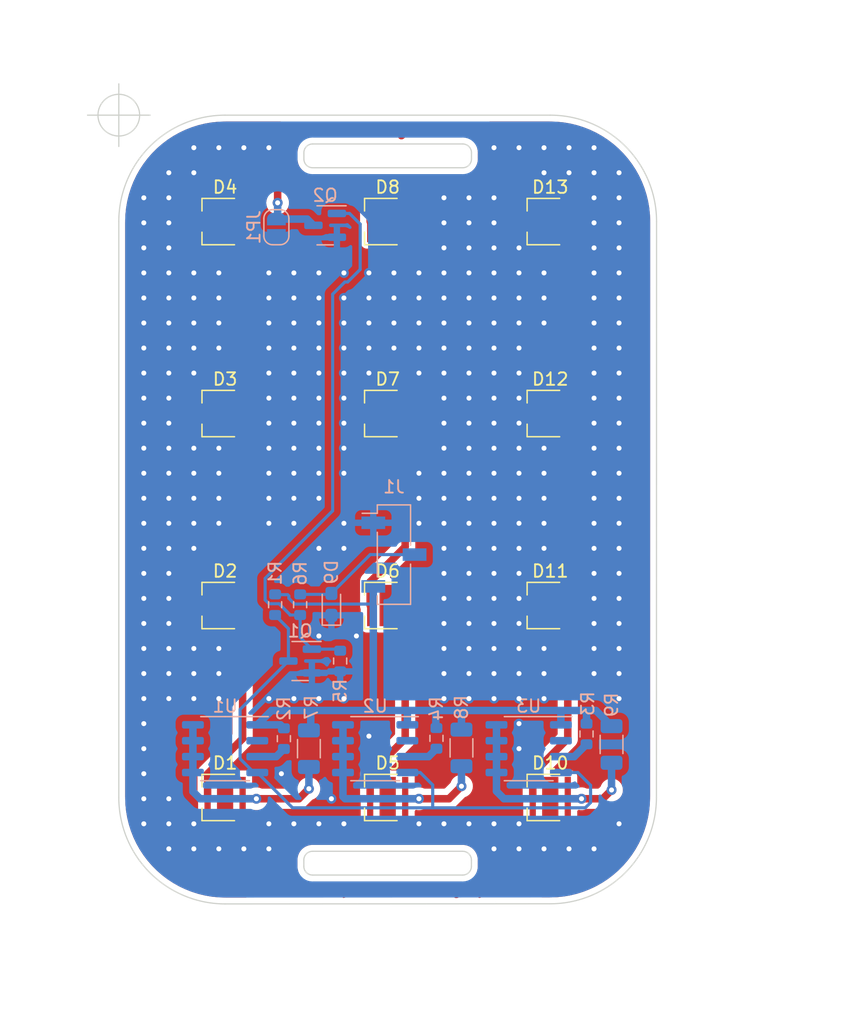
<source format=kicad_pcb>
(kicad_pcb (version 20211014) (generator pcbnew)

  (general
    (thickness 1.6)
  )

  (paper "A4")
  (layers
    (0 "F.Cu" signal)
    (31 "B.Cu" signal)
    (32 "B.Adhes" user "B.Adhesive")
    (33 "F.Adhes" user "F.Adhesive")
    (34 "B.Paste" user)
    (35 "F.Paste" user)
    (36 "B.SilkS" user "B.Silkscreen")
    (37 "F.SilkS" user "F.Silkscreen")
    (38 "B.Mask" user)
    (39 "F.Mask" user)
    (40 "Dwgs.User" user "User.Drawings")
    (41 "Cmts.User" user "User.Comments")
    (42 "Eco1.User" user "User.Eco1")
    (43 "Eco2.User" user "User.Eco2")
    (44 "Edge.Cuts" user)
    (45 "Margin" user)
    (46 "B.CrtYd" user "B.Courtyard")
    (47 "F.CrtYd" user "F.Courtyard")
    (48 "B.Fab" user)
    (49 "F.Fab" user)
    (50 "User.1" user)
    (51 "User.2" user)
    (52 "User.3" user)
    (53 "User.4" user)
    (54 "User.5" user)
    (55 "User.6" user)
    (56 "User.7" user)
    (57 "User.8" user)
    (58 "User.9" user)
  )

  (setup
    (stackup
      (layer "F.SilkS" (type "Top Silk Screen"))
      (layer "F.Paste" (type "Top Solder Paste"))
      (layer "F.Mask" (type "Top Solder Mask") (thickness 0.01))
      (layer "F.Cu" (type "copper") (thickness 0.035))
      (layer "dielectric 1" (type "core") (thickness 1.51) (material "FR4") (epsilon_r 4.5) (loss_tangent 0.02))
      (layer "B.Cu" (type "copper") (thickness 0.035))
      (layer "B.Mask" (type "Bottom Solder Mask") (thickness 0.01))
      (layer "B.Paste" (type "Bottom Solder Paste"))
      (layer "B.SilkS" (type "Bottom Silk Screen"))
      (copper_finish "None")
      (dielectric_constraints no)
    )
    (pad_to_mask_clearance 0)
    (pcbplotparams
      (layerselection 0x00010fc_ffffffff)
      (disableapertmacros false)
      (usegerberextensions false)
      (usegerberattributes true)
      (usegerberadvancedattributes true)
      (creategerberjobfile true)
      (svguseinch false)
      (svgprecision 6)
      (excludeedgelayer true)
      (plotframeref false)
      (viasonmask false)
      (mode 1)
      (useauxorigin false)
      (hpglpennumber 1)
      (hpglpenspeed 20)
      (hpglpendiameter 15.000000)
      (dxfpolygonmode true)
      (dxfimperialunits true)
      (dxfusepcbnewfont true)
      (psnegative false)
      (psa4output false)
      (plotreference true)
      (plotvalue true)
      (plotinvisibletext false)
      (sketchpadsonfab false)
      (subtractmaskfromsilk false)
      (outputformat 1)
      (mirror false)
      (drillshape 1)
      (scaleselection 1)
      (outputdirectory "")
    )
  )

  (net 0 "")
  (net 1 "Net-(D1-Pad1)")
  (net 2 "Net-(D1-Pad2)")
  (net 3 "Net-(D2-Pad1)")
  (net 4 "Net-(D3-Pad1)")
  (net 5 "GND")
  (net 6 "Net-(D5-Pad1)")
  (net 7 "Net-(D5-Pad2)")
  (net 8 "Net-(D6-Pad1)")
  (net 9 "Net-(D7-Pad1)")
  (net 10 "Net-(D9-Pad2)")
  (net 11 "Net-(D10-Pad1)")
  (net 12 "Net-(D10-Pad2)")
  (net 13 "Net-(D11-Pad1)")
  (net 14 "Net-(D12-Pad1)")
  (net 15 "+12V")
  (net 16 "PWM")
  (net 17 "CHIP_GND")
  (net 18 "Net-(R2-Pad2)")
  (net 19 "Net-(R3-Pad2)")
  (net 20 "Net-(R4-Pad2)")
  (net 21 "unconnected-(U1-Pad2)")
  (net 22 "unconnected-(U2-Pad2)")
  (net 23 "unconnected-(U3-Pad2)")
  (net 24 "LED_GND")

  (footprint "LED_SMD:LED_Cree-XHP35" (layer "F.Cu") (at 121.5 75.566666))

  (footprint "LED_SMD:LED_Cree-XHP35" (layer "F.Cu") (at 108.5 44.9))

  (footprint "LED_SMD:LED_Cree-XHP35" (layer "F.Cu") (at 134.5 60.233333))

  (footprint "LED_SMD:LED_Cree-XHP35" (layer "F.Cu") (at 134.5 44.9))

  (footprint "LED_SMD:LED_Cree-XHP35" (layer "F.Cu") (at 108.5 60.233333))

  (footprint "LED_SMD:LED_Cree-XHP35" (layer "F.Cu") (at 108.5 90.9))

  (footprint "LED_SMD:LED_Cree-XHP35" (layer "F.Cu") (at 108.5 75.566666))

  (footprint "LED_SMD:LED_Cree-XHP35" (layer "F.Cu") (at 121.5 44.9))

  (footprint "LED_SMD:LED_Cree-XHP35" (layer "F.Cu") (at 134.5 90.9))

  (footprint "LED_SMD:LED_Cree-XHP35" (layer "F.Cu") (at 121.5 90.9))

  (footprint "LED_SMD:LED_Cree-XHP35" (layer "F.Cu") (at 121.5 60.233333))

  (footprint "LED_SMD:LED_Cree-XHP35" (layer "F.Cu") (at 134.5 75.566666))

  (footprint "Package_TO_SOT_SMD:SOT-23" (layer "B.Cu") (at 116.5 45.2 180))

  (footprint "Resistor_SMD:R_0603_1608Metric" (layer "B.Cu") (at 112.5 75.5 90))

  (footprint "Package_SO:SO-8_3.9x4.9mm_P1.27mm" (layer "B.Cu") (at 132.775 87 180))

  (footprint "Resistor_SMD:R_0603_1608Metric" (layer "B.Cu") (at 125.4 86.175 -90))

  (footprint "Connector_PinSocket_2.54mm:PinSocket_1x03_P2.54mm_Vertical_SMD_Pin1Right" (layer "B.Cu") (at 122 71.5 180))

  (footprint "Diode_SMD:D_0603_1608Metric_Pad1.05x0.95mm_HandSolder" (layer "B.Cu") (at 117 75.475 90))

  (footprint "Package_TO_SOT_SMD:SOT-23" (layer "B.Cu") (at 114.5 80 180))

  (footprint "Resistor_SMD:R_0603_1608Metric" (layer "B.Cu") (at 117.7 80 -90))

  (footprint "Resistor_SMD:R_0603_1608Metric" (layer "B.Cu") (at 137.4 85.825 -90))

  (footprint "Resistor_SMD:R_0603_1608Metric" (layer "B.Cu") (at 114.5 75.5 90))

  (footprint "Resistor_SMD:R_1206_3216Metric" (layer "B.Cu") (at 127.4 86.9375 -90))

  (footprint "Package_SO:SO-8_3.9x4.9mm_P1.27mm" (layer "B.Cu") (at 108.5 87 180))

  (footprint "Resistor_SMD:R_0603_1608Metric" (layer "B.Cu") (at 113.2 86.2 -90))

  (footprint "Resistor_SMD:R_1206_3216Metric" (layer "B.Cu") (at 139.4 86.6625 -90))

  (footprint "Resistor_SMD:R_1206_3216Metric" (layer "B.Cu") (at 115.2 87 -90))

  (footprint "Package_SO:SO-8_3.9x4.9mm_P1.27mm" (layer "B.Cu") (at 120.5 87 180))

  (footprint "Jumper:SolderJumper-2_P1.3mm_Open_RoundedPad1.0x1.5mm" (layer "B.Cu") (at 112.6 45.35 -90))

  (gr_arc (start 114.810408 39.410408) (mid 115.015433 38.915433) (end 115.510408 38.710408) (layer "Dwgs.User") (width 0.002) (tstamp 244e5cfc-2afe-44e3-a126-2f15741220c6))
  (gr_line (start 134.510408 36.410408) (end 108.510408 36.410408) (layer "Dwgs.User") (width 0.002) (tstamp 24756da5-f01f-4d78-8850-b1e040fe23a2))
  (gr_line (start 115.510408 95.210408) (end 127.510408 95.210408) (layer "Dwgs.User") (width 0.002) (tstamp 2ddb9951-6244-4139-bd17-f31679fdb144))
  (gr_line (start 114.810408 39.910408) (end 114.810408 39.410408) (layer "Dwgs.User") (width 0.002) (tstamp 3adfac08-b7d9-4b9d-9c0a-eb383cc7e8cc))
  (gr_arc (start 100.010408 44.910408) (mid 102.5 38.9) (end 108.510408 36.410408) (layer "Dwgs.User") (width 0.002) (tstamp 3b65293b-4033-4ebe-b0b2-4fce43298464))
  (gr_line (start 127.510408 40.610408) (end 115.510408 40.610408) (layer "Dwgs.User") (width 0.002) (tstamp 4278123a-22a9-4549-b95e-8774f2791a44))
  (gr_line (start 128.210408 39.410408) (end 128.210408 39.910408) (layer "Dwgs.User") (width 0.002) (tstamp 5053cfee-6d15-4221-87a6-c19fbe4387ff))
  (gr_arc (start 128.210408 96.410408) (mid 128.005383 96.905383) (end 127.510408 97.110408) (layer "Dwgs.User") (width 0.002) (tstamp 7bffbc0d-cbbf-4e66-84fd-4db5b11b9054))
  (gr_arc (start 127.510408 95.210408) (mid 128.005383 95.415433) (end 128.210408 95.910408) (layer "Dwgs.User") (width 0.002) (tstamp 972bf3a9-2bcd-4f86-9364-448104b59fa1))
  (gr_arc (start 134.510408 36.410408) (mid 140.520816 38.9) (end 143.010408 44.910408) (layer "Dwgs.User") (width 0.002) (tstamp 9cf52a1a-e865-428e-b784-aa1c5b0f3338))
  (gr_line (start 114.810408 96.410408) (end 114.810408 95.910408) (layer "Dwgs.User") (width 0.002) (tstamp a036a5a8-8f7c-4357-bc3b-7166240367f8))
  (gr_arc (start 114.810408 95.910408) (mid 115.015433 95.415433) (end 115.510408 95.210408) (layer "Dwgs.User") (width 0.002) (tstamp a8ef363b-9b4e-4580-a6e3-46ed15ba7656))
  (gr_arc (start 115.510408 40.610408) (mid 115.015433 40.405383) (end 114.810408 39.910408) (layer "Dwgs.User") (width 0.002) (tstamp af18c785-6f38-4432-9a38-0a1da879ae83))
  (gr_arc (start 115.510408 97.110408) (mid 115.015433 96.905383) (end 114.810408 96.410408) (layer "Dwgs.User") (width 0.002) (tstamp b7a0bca1-78fe-4a10-a2dd-675930fbb756))
  (gr_line (start 115.510408 38.710408) (end 127.510408 38.710408) (layer "Dwgs.User") (width 0.002) (tstamp bb9aeea6-bb5d-4190-983f-4c5cd351862c))
  (gr_arc (start 143.010408 90.910408) (mid 140.520816 96.920816) (end 134.510408 99.410408) (layer "Dwgs.User") (width 0.002) (tstamp c3399573-dcac-49ae-86a9-b7cdcbfdff18))
  (gr_arc (start 108.510408 99.410408) (mid 102.5 96.920816) (end 100.010408 90.910408) (layer "Dwgs.User") (width 0.002) (tstamp c92dc05d-bab4-46a8-b59b-46678b50bfad))
  (gr_line (start 128.210408 95.910408) (end 128.210408 96.410408) (layer "Dwgs.User") (width 0.002) (tstamp d1e82423-ba62-4a46-8ffd-e39c9feae0c0))
  (gr_line (start 108.510408 99.410408) (end 134.510408 99.410408) (layer "Dwgs.User") (width 0.002) (tstamp d9880e40-9b52-428a-b689-427fdc417827))
  (gr_arc (start 128.210408 39.910408) (mid 128.005383 40.405383) (end 127.510408 40.610408) (layer "Dwgs.User") (width 0.002) (tstamp db9f61cb-a79a-41ed-a546-a1226352200f))
  (gr_line (start 143.010408 90.910408) (end 143.010408 44.910408) (layer "Dwgs.User") (width 0.002) (tstamp f1ae2bb2-f3f3-4482-a57d-f45b8148892e))
  (gr_line (start 127.510408 97.110408) (end 115.510408 97.110408) (layer "Dwgs.User") (width 0.002) (tstamp f4066445-f9b8-400b-b4f4-98535eedf76b))
  (gr_line (start 100.010408 44.910408) (end 100.010408 90.910408) (layer "Dwgs.User") (width 0.002) (tstamp f5ba7a7e-ffe4-49f8-aca6-344fedf85517))
  (gr_arc (start 127.510408 38.710408) (mid 128.005383 38.915433) (end 128.210408 39.410408) (layer "Dwgs.User") (width 0.002) (tstamp fc154e85-3258-4577-94f7-e1d5668fab8e))
  (gr_line (start 114.794975 96.394975) (end 114.794975 95.894975) (layer "Edge.Cuts") (width 0.1) (tstamp 0a87bf9b-b9b7-4f48-bd62-de5e0e684144))
  (gr_arc (start 127.494975 95.194975) (mid 127.98995 95.4) (end 128.194975 95.894975) (layer "Edge.Cuts") (width 0.1) (tstamp 175cd897-fc93-4686-b838-4db00b701606))
  (gr_arc (start 127.5 38.7) (mid 127.994975 38.905025) (end 128.2 39.4) (layer "Edge.Cuts") (width 0.1) (tstamp 280fd038-cdf9-4167-86a9-989d0b96b6bb))
  (gr_arc (start 115.494975 97.094975) (mid 115 96.88995) (end 114.794975 96.394975) (layer "Edge.Cuts") (width 0.1) (tstamp 2cbe9da4-2ffb-4fcf-84a3-970d78e3092d))
  (gr_line (start 127.494975 97.094975) (end 115.494975 97.094975) (layer "Edge.Cuts") (width 0.1) (tstamp 2ead31c8-b66e-4181-bd83-2a849c7b49ee))
  (gr_arc (start 115.5 40.6) (mid 115.005025 40.394975) (end 114.8 39.9) (layer "Edge.Cuts") (width 0.1) (tstamp 3896ab1e-3daf-4a51-9fe3-e7207736f2ab))
  (gr_line (start 115.494975 95.194975) (end 127.494975 95.194975) (layer "Edge.Cuts") (width 0.1) (tstamp 47f3c799-d532-46bc-95a9-ea8af2c26f5c))
  (gr_line (start 128.194975 95.894975) (end 128.194975 96.394975) (layer "Edge.Cuts") (width 0.1) (tstamp 4e9a4f98-40f9-4cce-88c1-7acd99720def))
  (gr_arc (start 100 44.9) (mid 102.489592 38.889592) (end 108.5 36.4) (layer "Edge.Cuts") (width 0.1) (tstamp 57ce6754-08ef-45da-b66a-8418fa108ca2))
  (gr_arc (start 114.8 39.4) (mid 115.005025 38.905025) (end 115.5 38.7) (layer "Edge.Cuts") (width 0.1) (tstamp 5a2ad7f2-0a7e-41a7-94af-b2f8268e40f1))
  (gr_line (start 114.8 39.9) (end 114.8 39.4) (layer "Edge.Cuts") (width 0.1) (tstamp 67c493d8-f42f-44d6-981d-a18061559b4f))
  (gr_line (start 127.5 40.6) (end 115.5 40.6) (layer "Edge.Cuts") (width 0.1) (tstamp 67f7e8c3-2187-4773-8c66-691ad5c25f34))
  (gr_line (start 134.5 36.4) (end 108.5 36.4) (layer "Edge.Cuts") (width 0.1) (tstamp 68fe0676-4a97-47a8-92b1-62ffd8a61f30))
  (gr_arc (start 128.2 39.9) (mid 127.994975 40.394975) (end 127.5 40.6) (layer "Edge.Cuts") (width 0.1) (tstamp 855aae6d-0681-4d90-99fc-9aa588559f06))
  (gr_line (start 128.2 39.4) (end 128.2 39.9) (layer "Edge.Cuts") (width 0.1) (tstamp a6289842-ae3e-4a54-aa11-577df9661491))
  (gr_line (start 108.5 99.4) (end 134.489592 99.389592) (layer "Edge.Cuts") (width 0.1) (tstamp ab384a4e-5e9e-4ef0-ba86-1e10d3852441))
  (gr_arc (start 108.5 99.4) (mid 102.489592 96.910408) (end 100 90.9) (layer "Edge.Cuts") (width 0.1) (tstamp ac606b01-c803-4011-ad39-3c9ad11d2d20))
  (gr_arc (start 128.194975 96.394975) (mid 127.98995 96.88995) (end 127.494975 97.094975) (layer "Edge.Cuts") (width 0.1) (tstamp b44879e8-f1d6-4d9b-9b53-b57d59c761e0))
  (gr_arc (start 142.989592 90.889592) (mid 140.5 96.9) (end 134.489592 99.389592) (layer "Edge.Cuts") (width 0.1) (tstamp b4df6237-a5c2-476d-b6fc-364867c8e236))
  (gr_arc (start 114.794975 95.894975) (mid 115 95.4) (end 115.494975 95.194975) (layer "Edge.Cuts") (width 0.1) (tstamp dfe6a8df-c9e1-4e12-a95b-132eb94926d1))
  (gr_line (start 100 44.9) (end 100 90.9) (layer "Edge.Cuts") (width 0.1) (tstamp ecbaacf7-7685-4347-9980-5798ffa3c561))
  (gr_line (start 142.989592 90.889592) (end 143 44.9) (layer "Edge.Cuts") (width 0.1) (tstamp f0f31353-3965-4adb-83a6-d069176db2c7))
  (gr_line (start 115.5 38.7) (end 127.5 38.7) (layer "Edge.Cuts") (width 0.1) (tstamp f27bdd7d-8cff-48f3-8d2a-b49e5036d924))
  (gr_arc (start 134.5 36.4) (mid 140.510408 38.889592) (end 143 44.9) (layer "Edge.Cuts") (width 0.1) (tstamp f671337d-0862-4107-b7ac-3d710e374714))
  (gr_text "Crilles Breaklight - rev1" (at 121.3 37.6) (layer "F.Cu") (tstamp 1d8f65d8-52fb-428e-9c28-c3be3aef0bbc)
    (effects (font (size 0.8 0.8) (thickness 0.2)))
  )
  (gr_text "With friendly Unterstüztung by Jurek" (at 122 98.2) (layer "F.Cu") (tstamp 3c936a5b-ce73-48bb-8341-264ced234837)
    (effects (font (size 0.8 0.8) (thickness 0.2)))
  )
  (dimension (type aligned) (layer "Eco2.User") (tstamp 0bf909e0-4633-4afc-9f97-ab8fc742c674)
    (pts (xy 133.4 36.4) (xy 133.4 99.4))
    (height -13.3)
    (gr_text "63.0000 mm" (at 145.55 67.9 90) (layer "Eco2.User") (tstamp 0bf909e0-4633-4afc-9f97-ab8fc742c674)
      (effects (font (size 1 1) (thickness 0.15)))
    )
    (format (units 3) (units_format 1) (precision 4))
    (style (thickness 0.15) (arrow_length 1.27) (text_position_mode 0) (extension_height 0.58642) (extension_offset 0.5) keep_text_aligned)
  )
  (dimension (type aligned) (layer "Eco2.User") (tstamp 1125373f-c65f-45fb-ac2b-eb78f83017d1)
    (pts (xy 100 46.9) (xy 143 46.9))
    (height -17.7)
    (gr_text "43.0000 mm" (at 121.5 28.05) (layer "Eco2.User") (tstamp 1125373f-c65f-45fb-ac2b-eb78f83017d1)
      (effects (font (size 1 1) (thickness 0.15)))
    )
    (format (units 3) (units_format 1) (precision 4))
    (style (thickness 0.15) (arrow_length 1.27) (text_position_mode 0) (extension_height 0.58642) (extension_offset 0.5) keep_text_aligned)
  )
  (target plus (at 100 36.4) (size 5) (width 0.1) (layer "Edge.Cuts") (tstamp cb80b17c-649c-4b17-87f2-28ccabec8e85))

  (segment (start 109.9 86.200978) (end 107.1 89.000978) (width 0.6) (layer "F.Cu") (net 1) (tstamp 204e6956-480c-4fe9-9f34-4dc04ecab564))
  (segment (start 109.9 75.566666) (end 109.9 86.200978) (width 0.6) (layer "F.Cu") (net 1) (tstamp 8624cddb-440d-4703-bcc0-35e945af9c71))
  (segment (start 107.1 89.000978) (end 107.1 90.9) (width 0.6) (layer "F.Cu") (net 1) (tstamp f2ff3435-edaa-4d0f-8dea-fc23c7dd8499))
  (segment (start 111 91) (end 110 91) (width 0.6) (layer "F.Cu") (net 2) (tstamp 5952562c-d2b2-484f-9c18-b8e551fdf5fc))
  (segment (start 114.4 91) (end 115.2 90.2) (width 0.6) (layer "F.Cu") (net 2) (tstamp b12caaf4-2f91-418c-9ff0-8fba7bbe4fa7))
  (segment (start 111 91) (end 114.4 91) (width 0.6) (layer "F.Cu") (net 2) (tstamp e1e40eda-6965-4e11-bfdd-c2671f621204))
  (via (at 111 91) (size 0.8) (drill 0.4) (layers "F.Cu" "B.Cu") (net 2) (tstamp c980740b-aabd-406c-9f2f-716b7816c5dd))
  (via (at 115.2 90.2) (size 0.8) (drill 0.4) (layers "F.Cu" "B.Cu") (net 2) (tstamp d3e4567c-8d20-435c-9a97-a7df52238af2))
  (segment (start 106.5 91) (end 111 91) (width 0.6) (layer "B.Cu") (net 2) (tstamp 352d20a8-c305-4ac3-b0a9-59fec5349863))
  (segment (start 105.925 85.095) (end 105.925 90.425) (width 0.6) (layer "B.Cu") (net 2) (tstamp 57fa7377-7b8d-4e78-900f-c818cdf2c49f))
  (segment (start 115.2 88.4625) (end 115.2 90.2) (width 0.6) (layer "B.Cu") (net 2) (tstamp 589a4cc6-43a8-4c2f-8b8c-a7f46d68dbc9))
  (segment (start 105.925 90.425) (end 106.5 91) (width 0.6) (layer "B.Cu") (net 2) (tstamp c042ba5b-4304-4ce4-9d55-cd8382c91426))
  (segment (start 107.1 73.667644) (end 107.1 75.566666) (width 0.6) (layer "F.Cu") (net 3) (tstamp 0f2159ed-e715-4be6-ab1c-ef9e4cff4ee3))
  (segment (start 109.9 60.233333) (end 109.9 70.867644) (width 0.6) (layer "F.Cu") (net 3) (tstamp 4477f4a7-1252-4079-bda5-b166e23ae759))
  (segment (start 109.9 70.867644) (end 107.1 73.667644) (width 0.6) (layer "F.Cu") (net 3) (tstamp 665ff9d3-a26c-4d1e-bc6e-bba9f3fa0e66))
  (segment (start 109.9 55.534311) (end 107.1 58.334311) (width 0.6) (layer "F.Cu") (net 4) (tstamp 63a32ec6-303f-48f4-98e2-3747bb966535))
  (segment (start 109.9 44.9) (end 109.9 55.534311) (width 0.6) (layer "F.Cu") (net 4) (tstamp e895acb8-0d2f-4cc1-84a6-a2520166e057))
  (segment (start 107.1 58.334311) (end 107.1 60.233333) (width 0.6) (layer "F.Cu") (net 4) (tstamp fffd3591-29b9-45c3-8c12-cc97e44aaf62))
  (via (at 116 83) (size 0.8) (drill 0.4) (layers "F.Cu" "B.Cu") (free) (net 5) (tstamp 008bf71d-2b6f-4fa4-9b95-24a12b07478a))
  (via (at 114 63) (size 0.8) (drill 0.4) (layers "F.Cu" "B.Cu") (free) (net 5) (tstamp 009645be-7769-4f65-a9c7-161620a9e9f1))
  (via (at 114 69) (size 0.8) (drill 0.4) (layers "F.Cu" "B.Cu") (free) (net 5) (tstamp 00be7782-2be1-48ee-89eb-1e52df796f86))
  (via (at 104 73) (size 0.8) (drill 0.4) (layers "F.Cu" "B.Cu") (free) (net 5) (tstamp 013bf5e3-2772-48e8-8211-db3e5ab17f0d))
  (via (at 102 79) (size 0.8) (drill 0.4) (layers "F.Cu" "B.Cu") (free) (net 5) (tstamp 017ce7ba-ef66-4377-806f-8147ee8de2c6))
  (via (at 108 67) (size 0.8) (drill 0.4) (layers "F.Cu" "B.Cu") (free) (net 5) (tstamp 02f7c8a6-5df1-4b07-9c8d-563e2e9b7e28))
  (via (at 132 61) (size 0.8) (drill 0.4) (layers "F.Cu" "B.Cu") (free) (net 5) (tstamp 07279702-3dfb-462c-933d-41b6ee840aa7))
  (via (at 102 55) (size 0.8) (drill 0.4) (layers "F.Cu" "B.Cu") (free) (net 5) (tstamp 07579ade-4b29-4491-a757-35f3badd4530))
  (via (at 130 69) (size 0.8) (drill 0.4) (layers "F.Cu" "B.Cu") (free) (net 5) (tstamp 077d9b08-2cda-47f6-80b9-e42f5bc06667))
  (via (at 132 85) (size 0.8) (drill 0.4) (layers "F.Cu" "B.Cu") (free) (net 5) (tstamp 08858ee1-fd46-49e6-a094-73c534a658c1))
  (via (at 132 65) (size 0.8) (drill 0.4) (layers "F.Cu" "B.Cu") (free) (net 5) (tstamp 09262f21-8618-457a-9f47-23fb680778da))
  (via (at 118 93) (size 0.8) (drill 0.4) (layers "F.Cu" "B.Cu") (free) (net 5) (tstamp 095751c1-db82-44e4-a961-96ea81c560ec))
  (via (at 130 83) (size 0.8) (drill 0.4) (layers "F.Cu" "B.Cu") (free) (net 5) (tstamp 0af8c592-0b17-4209-93e6-b7428c9fc29a))
  (via (at 130 63) (size 0.8) (drill 0.4) (layers "F.Cu" "B.Cu") (free) (net 5) (tstamp 0d3a9fb7-2210-4f75-9ead-b5facc02ff61))
  (via (at 114 65) (size 0.8) (drill 0.4) (layers "F.Cu" "B.Cu") (free) (net 5) (tstamp 1102cd33-a73a-4c0b-a197-c3a5dfc35727))
  (via (at 132 87) (size 0.8) (drill 0.4) (layers "F.Cu" "B.Cu") (free) (net 5) (tstamp 1192df5a-5726-468d-8b8f-cb4fc9885cd8))
  (via (at 126 71) (size 0.8) (drill 0.4) (layers "F.Cu" "B.Cu") (free) (net 5) (tstamp 124cf0a3-5927-4b37-bd5f-2bacd5cf035d))
  (via (at 112 61) (size 0.8) (drill 0.4) (layers "F.Cu" "B.Cu") (free) (net 5) (tstamp 12b90eec-98c4-44bf-9dfe-2a8b7201f8db))
  (via (at 122 55) (size 0.8) (drill 0.4) (layers "F.Cu" "B.Cu") (free) (net 5) (tstamp 12f4c704-61fa-4130-9a65-73a9399c5c0f))
  (via (at 108 69) (size 0.8) (drill 0.4) (layers "F.Cu" "B.Cu") (free) (net 5) (tstamp 1310f20a-deb7-416c-8fd0-060dd91754f8))
  (via (at 108 49) (size 0.8) (drill 0.4) (layers "F.Cu" "B.Cu") (free) (net 5) (tstamp 140236df-2d00-4e52-a114-a7c80a401952))
  (via (at 116 51) (size 0.8) (drill 0.4) (layers "F.Cu" "B.Cu") (free) (net 5) (tstamp 1a6a3c48-c90a-475f-a189-f7b10ab0e2dc))
  (via (at 108 55) (size 0.8) (drill 0.4) (layers "F.Cu" "B.Cu") (free) (net 5) (tstamp 1abe72f4-1488-45f1-814a-a43adefdc4d8))
  (via (at 138 59) (size 0.8) (drill 0.4) (layers "F.Cu" "B.Cu") (free) (net 5) (tstamp 1b4f0539-55eb-4a3f-a979-5dfeca610d69))
  (via (at 102 69) (size 0.8) (drill 0.4) (layers "F.Cu" "B.Cu") (free) (net 5) (tstamp 1bb668d3-e2f9-4e9f-83d4-d348907fc12d))
  (via (at 102 61) (size 0.8) (drill 0.4) (layers "F.Cu" "B.Cu") (free) (net 5) (tstamp 1c523730-460c-4328-bec4-60423ec8f259))
  (via (at 124 55) (size 0.8) (drill 0.4) (layers "F.Cu" "B.Cu") (free) (net 5) (tstamp 1caa0298-2957-4a51-9b9b-60e17a1a57b1))
  (via (at 124 57) (size 0.8) (drill 0.4) (layers "F.Cu" "B.Cu") (free) (net 5) (tstamp 1e70fb45-ce51-44e0-884a-0888e3d40ee0))
  (via (at 104 93) (size 0.8) (drill 0.4) (layers "F.Cu" "B.Cu") (free) (net 5) (tstamp 1e74afb1-2094-4e98-b2ad-f856fd9fb516))
  (via (at 104 57) (size 0.8) (drill 0.4) (layers "F.Cu" "B.Cu") (free) (net 5) (tstamp 1f326a0b-b175-42c7-8c35-50f3bfc75708))
  (via (at 130 49) (size 0.8) (drill 0.4) (layers "F.Cu" "B.Cu") (free) (net 5) (tstamp 20eacaf1-98a9-47ac-8ee9-e828a74b3b69))
  (via (at 128 67) (size 0.8) (drill 0.4) (layers "F.Cu" "B.Cu") (free) (net 5) (tstamp 221c9123-d2a0-440b-a690-dde2c65e6f44))
  (via (at 104 67) (size 0.8) (drill 0.4) (layers "F.Cu" "B.Cu") (free) (net 5) (tstamp 22e57d9a-c52b-43d9-a3f7-3a52fc68a9d8))
  (via (at 112 69) (size 0.8) (drill 0.4) (layers "F.Cu" "B.Cu") (free) (net 5) (tstamp 26479069-25ba-4654-9c67-b81b9d87cad7))
  (via (at 140 43) (size 0.8) (drill 0.4) (layers "F.Cu" "B.Cu") (free) (net 5) (tstamp 266e5acb-bc95-4ad5-a24c-aa42ec57b327))
  (via (at 126 79) (size 0.8) (drill 0.4) (layers "F.Cu" "B.Cu") (free) (net 5) (tstamp 287afa35-abba-4938-afb1-1ad41b255cee))
  (via (at 130 43) (size 0.8) (drill 0.4) (layers "F.Cu" "B.Cu") (free) (net 5) (tstamp 2924da57-d249-4716-8ee3-f06d6a2b1995))
  (via (at 128 71) (size 0.8) (drill 0.4) (layers "F.Cu" "B.Cu") (free) (net 5) (tstamp 29b2f131-f279-46bf-bdea-a6936ab39fcd))
  (via (at 128 93) (size 0.8) (drill 0.4) (layers "F.Cu" "B.Cu") (free) (net 5) (tstamp 2a139a5b-0bb6-414c-b113-17038f185da0))
  (via (at 118 53) (size 0.8) (drill 0.4) (layers "F.Cu" "B.Cu") (free) (net 5) (tstamp 2c716bea-e950-48b4-9168-561d1251b75e))
  (via (at 108 79) (size 0.8) (drill 0.4) (layers "F.Cu" "B.Cu") (free) (net 5) (tstamp 2d2d942f-be1f-48bd-8d68-cd32cd6b812e))
  (via (at 140 79) (size 0.8) (drill 0.4) (layers "F.Cu" "B.Cu") (free) (net 5) (tstamp 2daf4475-7ce7-4ab2-b0fb-a86e7009af7b))
  (via (at 114 67) (size 0.8) (drill 0.4) (layers "F.Cu" "B.Cu") (free) (net 5) (tstamp 2ebd76f8-4323-4ecd-8691-fa9249c3edbb))
  (via (at 126 55) (size 0.8) (drill 0.4) (layers "F.Cu" "B.Cu") (free) (net 5) (tstamp 2eff4b65-4759-487a-b764-94053e47b388))
  (via (at 140 51) (size 0.8) (drill 0.4) (layers "F.Cu" "B.Cu") (free) (net 5) (tstamp 2f506c6b-7788-4f6d-9b3e-c5e24254242b))
  (via (at 112 51) (size 0.8) (drill 0.4) (layers "F.Cu" "B.Cu") (free) (net 5) (tstamp 2fc5c034-818b-4f0f-a69c-5e8a22b4eec6))
  (via (at 138 67) (size 0.8) (drill 0.4) (layers "F.Cu" "B.Cu") (free) (net 5) (tstamp 30010e15-780b-4c28-879a-4b8b5e766b78))
  (via (at 140 83) (size 0.8) (drill 0.4) (layers "F.Cu" "B.Cu") (free) (net 5) (tstamp 3025589b-ff2a-4c23-b401-93313bb221db))
  (via (at 104 63) (size 0.8) (drill 0.4) (layers "F.Cu" "B.Cu") (free) (net 5) (tstamp 30352026-ce05-4f7d-8d6b-4c97c404f528))
  (via (at 116 78) (size 0.8) (drill 0.4) (layers "F.Cu" "B.Cu") (free) (net 5) (tstamp 31506393-6254-4d56-a7ec-745c3290e0d5))
  (via (at 140 53) (size 0.8) (drill 0.4) (layers "F.Cu" "B.Cu") (free) (net 5) (tstamp 33338e55-ca21-4510-89a6-f5e6b75d54a8))
  (via (at 104 59) (size 0.8) (drill 0.4) (layers "F.Cu" "B.Cu") (free) (net 5) (tstamp 3343583f-5c58-416e-b7f1-5cf020d46e43))
  (via (at 128 55) (size 0.8) (drill 0.4) (layers "F.Cu" "B.Cu") (free) (net 5) (tstamp 334b6681-6c60-4fed-8c3e-8e2b0db3d4d8))
  (via (at 104 83) (size 0.8) (drill 0.4) (layers "F.Cu" "B.Cu") (free) (net 5) (tstamp 347c3227-80c7-4243-a6e1-bb2ef5c91327))
  (via (at 128 73) (size 0.8) (drill 0.4) (layers "F.Cu" "B.Cu") (free) (net 5) (tstamp 3536d499-857f-4e18-a25c-a9c639f6fae8))
  (via (at 130 53) (size 0.8) (drill 0.4) (layers "F.Cu" "B.Cu") (free) (net 5) (tstamp 35bb9820-9502-4788-803e-1d644f2968a8))
  (via (at 106 95) (size 0.8) (drill 0.4) (layers "F.Cu" "B.Cu") (free) (net 5) (tstamp 35c4fd92-78b0-475c-951e-e82ee3cf7a8a))
  (via (at 140 93) (size 0.8) (drill 0.4) (layers "F.Cu" "B.Cu") (free) (net 5) (tstamp 37765786-46dc-4cb7-b6a2-77278c21f01b))
  (via (at 140 41) (size 0.8) (drill 0.4) (layers "F.Cu" "B.Cu") (free) (net 5) (tstamp 38d1b2f0-7d70-414d-a1e2-99d64a68b526))
  (via (at 116 55) (size 0.8) (drill 0.4) (layers "F.Cu" "B.Cu") (free) (net 5) (tstamp 396988bb-8e0c-423a-ae85-b1431d331c35))
  (via (at 128 57) (size 0.8) (drill 0.4) (layers "F.Cu" "B.Cu") (free) (net 5) (tstamp 3a9af6ff-ba3d-4db0-a1b4-aecae806fb67))
  (via (at 124 69) (size 0.8) (drill 0.4) (layers "F.Cu" "B.Cu") (free) (net 5) (tstamp 3cb6a0d6-94ce-42b8-b292-776546c9d1e4))
  (via (at 108 51) (size 0.8) (drill 0.4) (layers "F.Cu" "B.Cu") (free) (net 5) (tstamp 3d17edaf-62b9-4b7f-a53b-bb9ec6b4bb88))
  (via (at 132 53) (size 0.8) (drill 0.4) (layers "F.Cu" "B.Cu") (free) (net 5) (tstamp 3ee50bbb-7780-400d-815b-fefd7b05b3ab))
  (via (at 110 95) (size 0.8) (drill 0.4) (layers "F.Cu" "B.Cu") (free) (net 5) (tstamp 3f7a0e81-5b54-4050-bffd-43f7a6920014))
  (via (at 112 83) (size 0.8) (drill 0.4) (layers "F.Cu" "B.Cu") (free) (net 5) (tstamp 3f93add4-0fa6-4e2c-b5c1-70c588179a50))
  (via (at 106 57) (size 0.8) (drill 0.4) (layers "F.Cu" "B.Cu") (free) (net 5) (tstamp 42d6fc97-7bff-452b-8681-ba0590059839))
  (via (at 132 71) (size 0.8) (drill 0.4) (layers "F.Cu" "B.Cu") (free) (net 5) (tstamp 4326205b-8f06-4f2d-b671-d9bcde1cf6cd))
  (via (at 132 47) (size 0.8) (drill 0.4) (layers "F.Cu" "B.Cu") (free) (net 5) (tstamp 43e636f9-11a3-4bd6-b6b3-4ed09452a308))
  (via (at 140 57) (size 0.8) (drill 0.4) (layers "F.Cu" "B.Cu") (free) (net 5) (tstamp 447b0ad1-1eaa-4aad-acd0-9025ad302cc7))
  (via (at 126 45) (size 0.8) (drill 0.4) (layers "F.Cu" "B.Cu") (free) (net 5) (tstamp 46257d7c-daf5-49d8-a394-4a15a06d4dad))
  (via (at 138 61) (size 0.8) (drill 0.4) (layers "F.Cu" "B.Cu") (free) (net 5) (tstamp 464b5f7d-ef96-417a-9888-a1007eb2e57d))
  (via (at 126 61) (size 0.8) (drill 0.4) (layers "F.Cu" "B.Cu") (free) (net 5) (tstamp 46eb3cc2-f897-4f21-a284-19679ed505b9))
  (via (at 104 43) (size 0.8) (drill 0.4) (layers "F.Cu" "B.Cu") (free) (net 5) (tstamp 4755a8b3-1fb7-41ac-bd60-e0c8de4bc136))
  (via (at 102 75) (size 0.8) (drill 0.4) (layers "F.Cu" "B.Cu") (free) (net 5) (tstamp 47b8ef57-8d2e-468e-8b01-ba81005176d8))
  (via (at 134 41) (size 0.8) (drill 0.4) (layers "F.Cu" "B.Cu") (free) (net 5) (tstamp 481a4ac8-f73a-4811-aa74-da3c994a2a90))
  (via (at 106 63) (size 0.8) (drill 0.4) (layers "F.Cu" "B.Cu") (free) (net 5) (tstamp 4849567b-0081-4179-ba92-46492d6fc38a))
  (via (at 140 77) (size 0.8) (drill 0.4) (layers "F.Cu" "B.Cu") (free) (net 5) (tstamp 48bc0e7e-f7f0-4409-90fc-654d7413cf46))
  (via (at 132 81) (size 0.8) (drill 0.4) (layers "F.Cu" "B.Cu") (free) (net 5) (tstamp 48ce7158-7019-4305-82e8-669ad39ec61b))
  (via (at 140 67) (size 0.8) (drill 0.4) (layers "F.Cu" "B.Cu") (free) (net 5) (tstamp 4a6df812-724a-4ee8-b956-dfd296217d40))
  (via (at 130 65) (size 0.8) (drill 0.4) (layers "F.Cu" "B.Cu") (free) (net 5) (tstamp 4b3e3d99-9725-4a3f-9c60-5c6ee5c653b5))
  (via (at 138 95) (size 0.8) (drill 0.4) (layers "F.Cu" "B.Cu") (free) (net 5) (tstamp 4b4e2b55-d4f1-465e-8b97-af6229eec12e))
  (via (at 102 45) (size 0.8) (drill 0.4) (layers "F.Cu" "B.Cu") (free) (net 5) (tstamp 4b5877e8-d0ae-4f87-a8b5-baaaed324892))
  (via (at 106 71) (size 0.8) (drill 0.4) (layers "F.Cu" "B.Cu") (free) (net 5) (tstamp 4b60b90e-8757-4cbd-bc9c-09ae836cce80))
  (via (at 116 49) (size 0.8) (drill 0.4) (layers "F.Cu" "B.Cu") (free) (net 5) (tstamp 4bfd6179-a2d1-4c4e-85c4-70dc40babaf0))
  (via (at 114 51) (size 0.8) (drill 0.4) (layers "F.Cu" "B.Cu") (free) (net 5) (tstamp 4cb6198e-a4ff-44a7-8270-8e9dd9f04e77))
  (via (at 114 57) (size 0.8) (drill 0.4) (layers "F.Cu" "B.Cu") (free) (net 5) (tstamp 4cc8b6d5-3818-41e7-b750-4001ade1224d))
  (via (at 116 63) (size 0.8) (drill 0.4) (layers "F.Cu" "B.Cu") (free) (net 5) (tstamp 4d04f0ca-34fa-45da-a525-00c340eb1df5))
  (via (at 104 75) (size 0.8) (drill 0.4) (layers "F.Cu" "B.Cu") (free) (net 5) (tstamp 4d9dfc13-54f8-4494-bd37-65afa2fb8694))
  (via (at 124 49) (size 0.8) (drill 0.4) (layers "F.Cu" "B.Cu") (free) (net 5) (tstamp 4ecff0d4-c644-4902-917f-e50872c89adf))
  (via (at 104 95) (size 0.8) (drill 0.4) (layers "F.Cu" "B.Cu") (free) (net 5) (tstamp 4f03b3bc-1f70-47c8-8cb2-d49ea03a9529))
  (via (at 104 53) (size 0.8) (drill 0.4) (layers "F.Cu" "B.Cu") (free) (net 5) (tstamp 4f192d8b-ea22-4a8a-ace5-01649584fe4b))
  (via (at 134 51) (size 0.8) (drill 0.4) (layers "F.Cu" "B.Cu") (free) (net 5) (tstamp 504444a0-8769-43e2-94e8-fc3b15c43579))
  (via (at 132 63) (size 0.8) (drill 0.4) (layers "F.Cu" "B.Cu") (free) (net 5) (tstamp 507c5628-8f8c-4174-a97e-5d63feb456e4))
  (via (at 102 89) (size 0.8) (drill 0.4) (layers "F.Cu" "B.Cu") (free) (net 5) (tstamp 50fb4ca1-22a3-4466-ab42-e0b30b8cb45f))
  (via (at 126 43) (size 0.8) (drill 0.4) (layers "F.Cu" "B.Cu") (free) (net 5) (tstamp 510f4c22-1a2d-4524-9825-d368d51750a5))
  (via (at 106 69) (size 0.8) (drill 0.4) (layers "F.Cu" "B.Cu") (free) (net 5) (tstamp 529b471d-7928-4d03-b11a-d7b511c51cfa))
  (via (at 126 77) (size 0.8) (drill 0.4) (layers "F.Cu" "B.Cu") (free) (net 5) (tstamp 5414df7e-3f31-48d9-9850-c01f5c3a6179))
  (via (at 130 67) (size 0.8) (drill 0.4) (layers "F.Cu" "B.Cu") (free) (net 5) (tstamp 5437d774-6d9b-43e9-93eb-5631ee365371))
  (via (at 102 53) (size 0.8) (drill 0.4) (layers "F.Cu" "B.Cu") (free) (net 5) (tstamp 55cd31b2-82c9-42b5-b9ea-86d41be60405))
  (via (at 102 65) (size 0.8) (drill 0.4) (layers "F.Cu" "B.Cu") (free) (net 5) (tstamp 561b12f9-050c-4945-a0d4-49e901dcac03))
  (via (at 132 75) (size 0.8) (drill 0.4) (layers "F.Cu" "B.Cu") (free) (net 5) (tstamp 5657101f-7d1f-4bce-91a0-72c1329d3388))
  (via (at 112 53) (size 0.8) (drill 0.4) (layers "F.Cu" "B.Cu") (free) (net 5) (tstamp 568a6734-1f00-4f54-85e4-5c08e65cf742))
  (via (at 138 81) (size 0.8) (drill 0.4) (layers "F.Cu" "B.Cu") (free) (net 5) (tstamp 57350cc9-ebc8-4e97-b467-bf3f97ce5642))
  (via (at 108 63) (size 0.8) (drill 0.4) (layers "F.Cu" "B.Cu") (free) (net 5) (tstamp 57414d3b-dc61-4dc4-82a8-12170658358a))
  (via (at 124 93) (size 0.8) (drill 0.4) (layers "F.Cu" "B.Cu") (free) (net 5) (tstamp 594fd555-10cf-48e3-924e-4cfb55d52cbd))
  (via (at 122 49) (size 0.8) (drill 0.4) (layers "F.Cu" "B.Cu") (free) (net 5) (tstamp 5be2efa5-f5a0-4d77-b14a-f4805f10fe06))
  (via (at 140 71) (size 0.8) (drill 0.4) (layers "F.Cu" "B.Cu") (free) (net 5) (tstamp 5de91885-ef5f-48d2-873b-a0a5bc4c6646))
  (via (at 118 57) (size 0.8) (drill 0.4) (layers "F.Cu" "B.Cu") (free) (net 5) (tstamp 5e1513e7-5500-4810-a66f-d92456dcb040))
  (via (at 114 59) (size 0.8) (drill 0.4) (layers "F.Cu" "B.Cu") (free) (net 5) (tstamp 5e31f96c-771a-4254-90ae-b80dbfced4ab))
  (via (at 140 55) (size 0.8) (drill 0.4) (layers "F.Cu" "B.Cu") (free) (net 5) (tstamp 5fd9952d-83c7-40b1-b1a8-a21e1c2dd32e))
  (via (at 126 81) (size 0.8) (drill 0.4) (layers "F.Cu" "B.Cu") (free) (net 5) (tstamp 6030406e-0522-4305-8ba6-9063d90719ea))
  (via (at 136 41) (size 0.8) (drill 0.4) (layers "F.Cu" "B.Cu") (free) (net 5) (tstamp 60419a8e-bd34-4324-9a7f-829458413beb))
  (via (at 140 61) (size 0.8) (drill 0.4) (layers "F.Cu" "B.Cu") (free) (net 5) (tstamp 61a9e748-8111-4c81-aeab-1c220ca0cc55))
  (via (at 104 47) (size 0.8) (drill 0.4) (layers "F.Cu" "B.Cu") (free) (net 5) (tstamp 636e8cbf-810a-4346-9e12-cfcd91401e02))
  (via (at 112 55) (size 0.8) (drill 0.4) (layers "F.Cu" "B.Cu") (free) (net 5) (tstamp 63c83bf9-f5f4-410d-a7fe-83b31b88575f))
  (via (at 126 63) (size 0.8) (drill 0.4) (layers "F.Cu" "B.Cu") (free) (net 5) (tstamp 651e8141-1a46-4407-af85-582f955a7089))
  (via (at 104 41) (size 0.8) (drill 0.4) (layers "F.Cu" "B.Cu") (free) (net 5) (tstamp 661a13d4-3cc9-440a-8c63-077195bd6fe4))
  (via (at 138 49) (size 0.8) (drill 0.4) (layers "F.Cu" "B.Cu") (free) (net 5) (tstamp 66f0758e-de10-4da4-a739-b280e7f49093))
  (via (at 108 83) (size 0.8) (drill 0.4) (layers "F.Cu" "B.Cu") (free) (net 5) (tstamp 67a65966-c549-4df6-8e3e-8cd4ea28499a))
  (via (at 126 75) (size 0.8) (drill 0.4) (layers "F.Cu" "B.Cu") (free) (net 5) (tstamp 6955e87d-db75-468c-9abc-75932af843e4))
  (via (at 117 91) (size 0.8) (drill 0.4) (layers "F.Cu" "B.Cu") (free) (net 5) (tstamp 69c10d08-82f2-428d-a684-10d8a294974e))
  (via (at 106 51) (size 0.8) (drill 0.4) (layers "F.Cu" "B.Cu") (free) (net 5) (tstamp 6ab75197-679d-4363-8bf8-73ed56ce15f9))
  (via (at 134 81) (size 0.8) (drill 0.4) (layers "F.Cu" "B.Cu") (free) (net 5) (tstamp 6b48d0fd-65aa-4d4f-8d74-9a1349ef360e))
  (via (at 134 95) (size 0.8) (drill 0.4) (layers "F.Cu" "B.Cu") (free) (net 5) (tstamp 6b700a4d-2b64-4f5c-95d2-b861284600dd))
  (via (at 132 73) (size 0.8) (drill 0.4) (layers "F.Cu" "B.Cu") (free) (net 5) (tstamp 6da571a1-d6d3-4d6d-a0a0-2da40bcf6e25))
  (via (at 108 39) (size 0.8) (drill 0.4) (layers "F.Cu" "B.Cu") (free) (net 5) (tstamp 6dfedfcc-32fe-4457-b19e-f9f417b1b0d6))
  (via (at 106 93) (size 0.8) (drill 0.4) (layers "F.Cu" "B.Cu") (free) (net 5) (tstamp 6ee95f02-2211-46b4-9bd8-4783548fe474))
  (via (at 140 63) (size 0.8) (drill 0.4) (layers "F.Cu" "B.Cu") (free) (net 5) (tstamp 7004c7d0-cfe9-46f9-856d-95dde70a35ec))
  (via (at 104 61) (size 0.8) (drill 0.4) (layers "F.Cu" "B.Cu") (free) (net 5) (tstamp 712bdde3-82c7-415c-932e-e0d1e5bdd2fb))
  (via (at 140 47) (size 0.8) (drill 0.4) (layers "F.Cu" "B.Cu") (free) (net 5) (tstamp 7343c4ed-9265-492d-9c78-158de266c61f))
  (via (at 128 45) (size 0.8) (drill 0.4) (layers "F.Cu" "B.Cu") (free) (net 5) (tstamp 73fdd20a-7025-4a9e-aa6e-5865a6f7c510))
  (via (at 134 49) (size 0.8) (drill 0.4) (layers "F.Cu" "B.Cu") (free) (net 5) (tstamp 74379e24-ae82-42e9-a2e7-1c3b6a044e74))
  (via (at 118 55) (size 0.8) (drill 0.4) (layers "F.Cu" "B.Cu") (free) (net 5) (tstamp 7447858f-1b44-4d0e-9716-995e85061011))
  (via (at 114 83) (size 0.8) (drill 0.4) (layers "F.Cu" "B.Cu") (free) (net 5) (tstamp 7472de02-a9cd-4b9a-b906-4548270d4e57))
  (via (at 102 43) (size 0.8) (drill 0.4) (layers "F.Cu" "B.Cu") (free) (net 5) (tstamp 75024131-e1e1-4545-acf1-cac76b1d9658))
  (via (at 116 61) (size 0.8) (drill 0.4) (layers "F.Cu" "B.Cu") (free) (net 5) (tstamp 75405971-10b3-4d2d-b1be-6a59bebb30ff))
  (via (at 102 67) (size 0.8) (drill 0.4) (layers "F.Cu" "B.Cu") (free) (net 5) (tstamp 754c6c44-fc3b-4879-a15a-5ebb1bb9b818))
  (via (at 116 93) (size 0.8) (drill 0.4) (layers "F.Cu" "B.Cu") (free) (net 5) (tstamp 76455fd9-6fd2-4062-a9e3-e27872531e0a))
  (via (at 126 83) (size 0.8) (drill 0.4) (layers "F.Cu" "B.Cu") (free) (net 5) (tstamp 76a267e7-7d12-49dd-9de3-0fa1ee44f579))
  (via (at 138 77) (size 0.8) (drill 0.4) (layers "F.Cu" "B.Cu") (free) (net 5) (tstamp 77f1ef9b-5960-440d-8210-c7716209a2da))
  (via (at 112 95) (size 0.8) (drill 0.4) (layers "F.Cu" "B.Cu") (free) (net 5) (tstamp 784244ec-de56-44c3-8562-2501d2cd90b0))
  (via (at 106 55) (size 0.8) (drill 0.4) (layers "F.Cu" "B.Cu") (free) (net 5) (tstamp 78fbea2e-e95d-4bb4-99f7-91265eb0e98f))
  (via (at 106 79) (size 0.8) (drill 0.4) (layers "F.Cu" "B.Cu") (free) (net 5) (tstamp 79ca4ff9-96bb-43ef-97d3-b985b8aad915))
  (via (at 128 75) (size 0.8) (drill 0.4) (layers "F.Cu" "B.Cu") (free) (net 5) (tstamp 7a138307-4fdb-4b9c-9824-ffb12ef2142a))
  (via (at 114 53) (size 0.8) (drill 0.4) (layers "F.Cu" "B.Cu") (free) (net 5) (tstamp 7a81aadc-036a-4a8c-aa99-73a8c8f82b8f))
  (via (at 128 47) (size 0.8) (drill 0.4) (layers "F.Cu" "B.Cu") (free) (net 5) (tstamp 7b341b24-d2a4-416a-8e09-3b55aa95bdfc))
  (via (at 130 51) (size 0.8) (drill 0.4) (layers "F.Cu" "B.Cu") (free) (net 5) (tstamp 7b4b2f36-cbb2-4b1f-98ba-badea4d885d4))
  (via (at 112 57) (size 0.8) (drill 0.4) (layers "F.Cu" "B.Cu") (free) (net 5) (tstamp 7c95efea-1731-4afa-88a4-18713ef849a9))
  (via (at 138 69) (size 0.8) (drill 0.4) (layers "F.Cu" "B.Cu") (free) (net 5) (tstamp 7ded2f2e-e579-4aeb-88b1-287570452c1c))
  (via (at 138 75) (size 0.8) (drill 0.4) (layers "F.Cu" "B.Cu") (free) (net 5) (tstamp 7e3f5b38-4956-479e-a31c-2c1ff80be95d))
  (via (at 138 39) (size 0.8) (drill 0.4) (layers "F.Cu" "B.Cu") (free) (net 5) (tstamp 7e99c649-e164-476d-9634-2dcd7aafe98e))
  (via (at 138 57) (size 0.8) (drill 0.4) (layers "F.Cu" "B.Cu") (free) (net 5) (tstamp 7f1fd0cf-eea1-430d-8403-0e87a2184e79))
  (via (at 132 95) (size 0.8) (drill 0.4) (layers "F.Cu" "B.Cu") (free) (net 5) (tstamp 7f9fa6a8-1ac7-4c3f-97b7-6a6096f3aadb))
  (via (at 102 93) (size 0.8) (drill 0.4) (layers "F.Cu" "B.Cu") (free) (net 5) (tstamp 7fe0a345-0487-4f28-95a5-ddf2fed4140e))
  (via (at 118 63) (size 0.8) (drill 0.4) (layers "F.Cu" "B.Cu") (free) (net 5) (tstamp 7ffa1ac4-994f-4765-aecb-7c5c2ef04499))
  (via (at 126 57) (size 0.8) (drill 0.4) (layers "F.Cu" "B.Cu") (free) (net 5) (tstamp 80e5ee45-71b8-46af-9c56-fb4c75b8d143))
  (via (at 106 41) (size 0.8) (drill 0.4) (layers "F.Cu" "B.Cu") (free) (net 5) (tstamp 80fff2e1-e4ea-47ca-a606-2488ec1ef55b))
  (via (at 134 67) (size 0.8) (drill 0.4) (layers "F.Cu" "B.Cu") (free) (net 5) (tstamp 811fa940-2101-4798-a968-bf91f8464e91))
  (via (at 106 53) (size 0.8) (drill 0.4) (layers "F.Cu" "B.Cu") (free) (net 5) (tstamp 8183e81c-148e-457c-809a-da54fbb300d3))
  (via (at 128 65) (size 0.8) (drill 0.4) (layers "F.Cu" "B.Cu") (free) (net 5) (tstamp 81bdd6c7-8c2b-4385-8adb-3b6e712d5eae))
  (via (at 102 47) (size 0.8) (drill 0.4) (layers "F.Cu" "B.Cu") (free) (net 5) (tstamp 8251a509-81b4-4fa1-ba84-320f9c177be4))
  (via (at 130 61) (size 0.8) (drill 0.4) (layers "F.Cu" "B.Cu") (free) (net 5) (tstamp 839ba4c7-0711-4ccc-ba36-b7ac0f12ea75))
  (via (at 114 49) (size 0.8) (drill 0.4) (layers "F.Cu" "B.Cu") (free) (net 5) (tstamp 863d0654-6f50-44a6-80cb-481a60c73f33))
  (via (at 128 53) (size 0.8) (drill 0.4) (layers "F.Cu" "B.Cu") (free) (net 5) (tstamp 87bea3ed-bf30-42c8-ba2e-db4197245929))
  (via (at 130 59) (size 0.8) (drill 0.4) (layers "F.Cu" "B.Cu") (free) (net 5) (tstamp 8800b55e-b6bd-48ad-ac0d-326071a7ac7a))
  (via (at 126 49) (size 0.8) (drill 0.4) (layers "F.Cu" "B.Cu") (free) (net 5) (tstamp 88bd5ade-59e0-429a-a9f3-95c9bf6b1f89))
  (via (at 128 51) (size 0.8) (drill 0.4) (layers "F.Cu" "B.Cu") (free) (net 5) (tstamp 88cedce0-5d3a-4940-b89a-eb97cde88322))
  (via (at 104 55) (size 0.8) (drill 0.4) (layers "F.Cu" "B.Cu") (free) (net 5) (tstamp 897e8a0f-7cfd-46ae-9246-044e04ae107e))
  (via (at 102 63) (size 0.8) (drill 0.4) (layers "F.Cu" "B.Cu") (free) (net 5) (tstamp 89ad097b-bbc7-4e70-baac-bf7d8a0a6988))
  (via (at 102 73) (size 0.8) (drill 0.4) (layers "F.Cu" "B.Cu") (free) (net 5) (tstamp 8a06dd1d-e1ed-44fc-8286-17e70cd7d01d))
  (via (at 138 53) (size 0.8) (drill 0.4) (layers "F.Cu" "B.Cu") (free) (net 5) (tstamp 8a5662c7-9467-4152-bc9b-9c475235d3c0))
  (via (at 130 93) (size 0.8) (drill 0.4) (layers "F.Cu" "B.Cu") (free) (net 5) (tstamp 8a5804ab-a6b2-43be-b2d4-bf783ab937db))
  (via (at 106 49) (size 0.8) (drill 0.4) (layers "F.Cu" "B.Cu") (free) (net 5) (tstamp 8af643f5-9e6e-440e-ab23-5a04e0c27076))
  (via (at 112 63) (size 0.8) (drill 0.4) (layers "F.Cu" "B.Cu") (free) (net 5) (tstamp 8c0c9b03-ffaa-4a66-ae36-a41011cd3645))
  (via (at 130 47) (size 0.8) (drill 0.4) (layers "F.Cu" "B.Cu") (free) (net 5) (tstamp 8c641130-5b0c-4045-8476-e671559599f1))
  (via (at 120 57) (size 0.8) (drill 0.4) (layers "F.Cu" "B.Cu") (free) (net 5) (tstamp 8d0dd96d-18e4-4324-9ff3-f1f1ba9fb052))
  (via (at 116 71) (size 0.8) (drill 0.4) (layers "F.Cu" "B.Cu") (free) (net 5) (tstamp 8d34e359-96e2-4a27-8985-b77951a74a59))
  (via (at 102 91) (size 0.8) (drill 0.4) (layers "F.Cu" "B.Cu") (free) (net 5) (tstamp 8dd00058-e3b8-4991-bfd7-d9c02fe92e1c))
  (via (at 118 69) (size 0.8) (drill 0.4) (layers "F.Cu" "B.Cu") (free) (net 5) (tstamp 8e61bda4-07c7-4b81-8474-e65191abfac4))
  (via (at 114 93) (size 0.8) (drill 0.4) (layers "F.Cu" "B.Cu") (free) (net 5) (tstamp 8f7ca47f-e4fe-426e-ad42-8723dee7732e))
  (via (at 132 69) (size 0.8) (drill 0.4) (layers "F.Cu" "B.Cu") (free) (net 5) (tstamp 90756083-4b23-4a51-a182-3ffa6adc9234))
  (via (at 104 49) (size 0.8) (drill 0.4) (layers "F.Cu" "B.Cu") (free) (net 5) (tstamp 90f557ca-e19e-4f61-aac3-cae5f0bf9424))
  (via (at 104 69) (size 0.8) (drill 0.4) (layers "F.Cu" "B.Cu") (free) (net 5) (tstamp 92187ade-178c-4a6a-aa3d-7912935a6cbc))
  (via (at 132 83) (size 0.8) (drill 0.4) (layers "F.Cu" "B.Cu") (free) (net 5) (tstamp 925d9a5a-8b25-4984-8a37-8211d9cdda6d))
  (via (at 132 67) (size 0.8) (drill 0.4) (layers "F.Cu" "B.Cu") (free) (net 5) (tstamp 926797de-fb3f-4ea4-b6bb-01fe225f4ce0))
  (via (at 126 51) (size 0.8) (drill 0.4) (layers "F.Cu" "B.Cu") (free) (net 5) (tstamp 94eed528-474b-4f4a-bb52-25ad7a836390))
  (via (at 138 47) (size 0.8) (drill 0.4) (layers "F.Cu" "B.Cu") (free) (net 5) (tstamp 95e3c6e6-d31b-43ef-9785-7dd222c84f0b))
  (via (at 138 43) (size 0.8) (drill 0.4) (layers "F.Cu" "B.Cu") (free) (net 5) (tstamp 9683cc21-3b98-4488-8db5-7425d832b910))
  (via (at 128 79) (size 0.8) (drill 0.4) (layers "F.Cu" "B.Cu") (free) (net 5) (tstamp 96ac390d-a128-419f-a04f-3594b68c9c90))
  (via (at 118 51) (size 0.8) (drill 0.4) (layers "F.Cu" "B.Cu") (free) (net 5) (tstamp 96c0861a-df4a-4d4a-86ba-235e4cff65b0))
  (via (at 112 93) (size 0.8) (drill 0.4) (layers "F.Cu" "B.Cu") (free) (net 5) (tstamp 96e2ec6f-1405-4bcd-a548-66d154ba6a05))
  (via (at 106 39) (size 0.8) (drill 0.4) (layers "F.Cu" "B.Cu") (free) (net 5) (tstamp 971e5eed-f85f-4327-8fc2-e83e0b1a8dc1))
  (via (at 104 77) (size 0.8) (drill 0.4) (layers "F.Cu" "B.Cu") (free) (net 5) (tstamp 97828da7-7dbf-4ef6-bf5a-0673ddd68072))
  (via (at 138 71) (size 0.8) (drill 0.4) (layers "F.Cu" "B.Cu") (free) (net 5) (tstamp 9a12f640-652b-44f8-b4fe-881a961c8672))
  (via (at 130 81) (size 0.8) (drill 0.4) (layers "F.Cu" "B.Cu") (free) (net 5) (tstamp 9a73bbef-de4f-4cbf-9699-f2cf21e85b89))
  (via (at 126 67) (size 0.8) (drill 0.4) (layers "F.Cu" "B.Cu") (free) (net 5) (tstamp 9caca7a3-4e46-4f4d-899f-046b5ea8a589))
  (via (at 112 59) (size 0.8) (drill 0.4) (layers "F.Cu" "B.Cu") (free) (net 5) (tstamp 9cf39a2a-0649-4901-96ea-666fe7c9a2e4))
  (via (at 126 65) (size 0.8) (drill 0.4) (layers "F.Cu" "B.Cu") (free) (net 5) (tstamp 9ea4f020-7214-46eb-811f-d4f2c04b2828))
  (via (at 106 67) (size 0.8) (drill 0.4) (layers "F.Cu" "B.Cu") (free) (net 5) (tstamp 9f06f556-64be-46f5-a839-47d97fbbfb23))
  (via (at 132 79) (size 0.8) (drill 0.4) (layers "F.Cu" "B.Cu") (free) (net 5) (tstamp 9f1f6ea7-924d-4c1a-beba-9189713d695a))
  (via (at 124 53) (size 0.8) (drill 0.4) (layers "F.Cu" "B.Cu") (free) (net 5) (tstamp 9f4c6ee7-8f9b-40bd-bab1-3b56f6b49e72))
  (via (at 132 55) (size 0.8) (drill 0.4) (layers "F.Cu" "B.Cu") (free) (net 5) (tstamp a0de3f52-f652-4731-bb92-22c2f9fc9360))
  (via (at 134 79) (size 0.8) (drill 0.4) (layers "F.Cu" "B.Cu") (free) (net 5) (tstamp a172a932-dac8-4d27-936a-1a7b53849ec3))
  (via (at 118 83) (size 0.8) (drill 0.4) (layers "F.Cu" "B.Cu") (free) (net 5) (tstamp a1b41680-6ff8-4113-b355-e0ee8d5c8e06))
  (via (at 132 77) (size 0.8) (drill 0.4) (layers "F.Cu" "B.Cu") (free) (net 5) (tstamp a25fa073-a1a0-4e60-a4be-505e69c3d230))
  (via (at 102 83) (size 0.8) (drill 0.4) (layers "F.Cu" "B.Cu") (free) (net 5) (tstamp a27b2ce8-985d-4b02-8702-73be5e943209))
  (via (at 130 55) (size 0.8) (drill 0.4) (layers "F.Cu" "B.Cu") (free) (net 5) (tstamp a27cb7c4-4a4e-4a76-b616-0419f02eb7d9))
  (via (at 130 77) (size 0.8) (drill 0.4) (layers "F.Cu" "B.Cu") (free) (net 5) (tstamp a376b593-da8d-4f36-afae-43ae8a4858b2))
  (via (at 102 77) (size 0.8) (drill 0.4) (layers "F.Cu" "B.Cu") (free) (net 5) (tstamp a3f746f8-f7fe-4c8d-b977-773d984ca30b))
  (via (at 138 45) (size 0.8) (drill 0.4) (layers "F.Cu" "B.Cu") (free) (net 5) (tstamp a4c4d80a-166f-47e5-b573-12920813a67a))
  (via (at 130 73) (size 0.8) (drill 0.4) (layers "F.Cu" "B.Cu") (free) (net 5) (tstamp a5ae7957-0cc8-4c24-a15b-7df676e8869b))
  (via (at 122 53) (size 0.8) (drill 0.4) (layers "F.Cu" "B.Cu") (free) (net 5) (tstamp b0d3f96a-7dd5-464e-a516-a3a282f67bf4))
  (via (at 140 45) (size 0.8) (drill 0.4) (layers "F.Cu" "B.Cu") (free) (net 5) (tstamp b1a689e2-0c74-429a-97f1-6b192b2bcc97))
  (via (at 134 71) (size 0.8) (drill 0.4) (layers "F.Cu" "B.Cu") (free) (net 5) (tstamp b55e88f9-0b7e-45ee-888e-a80278c8f8a4))
  (via (at 120 53) (size 0.8) (drill 0.4) (layers "F.Cu" "B.Cu") (free) (net 5) (tstamp b6017a0e-f698-42df-9461-05eaf573b4eb))
  (via (at 126 93) (size 0.8) (drill 0.4) (layers "F.Cu" "B.Cu") (free) (net 5) (tstamp b65c4755-200c-40e0-bcbf-4d9557b4e50b))
  (via (at 104 79) (size 0.8) (drill 0.4) (layers "F.Cu" "B.Cu") (free) (net 5) (tstamp b716bdf7-f773-4f79-adb1-91d7ada9577f))
  (via (at 112 65) (size 0.8) (drill 0.4) (layers "F.Cu" "B.Cu") (free) (net 5) (tstamp b7207476-81aa-4442-a320-3677abd4622b))
  (via (at 134 83) (size 0.8) (drill 0.4) (layers "F.Cu" "B.Cu") (free) (net 5) (tstamp b731ef0d-3628-4219-bc9d-7c9cd6e6ac32))
  (via (at 128 77) (size 0.8) (drill 0.4) (layers "F.Cu" "B.Cu") (free) (net 5) (tstamp b7699d2d-894b-48bc-93f8-b42cd326a233))
  (via (at 106 65) (size 0.8) (drill 0.4) (layers "F.Cu" "B.Cu") (free) (net 5) (tstamp b9470ca2-3e21-4f14-9505-b824e63c2614))
  (via (at 108 65) (size 0.8) (drill 0.4) (layers "F.Cu" "B.Cu") (free) (net 5) (tstamp bab97b50-6784-4a93-90fd-9ed8e76512dd))
  (via (at 118 65) (size 0.8) (drill 0.4) (layers "F.Cu" "B.Cu") (free) (net 5) (tstamp bb85791e-9115-4e7f-bfe8-080a4aff3066))
  (via (at 128 81) (size 0.8) (drill 0.4) (layers "F.Cu" "B.Cu") (free) (net 5) (tstamp bbe3375a-64b5-402c-a47e-b024425d150f))
  (via (at 102 85) (size 0.8) (drill 0.4) (layers "F.Cu" "B.Cu") (free) (net 5) (tstamp bd11ef61-4a69-4af6-82f2-aecdaf10ab73))
  (via (at 134 63) (size 0.8) (drill 0.4) (layers "F.Cu" "B.Cu") (free) (net 5) (tstamp c051fd89-e841-4cbc-8db2-fab21e34d242))
  (via (at 128 49) (size 0.8) (drill 0.4) (layers "F.Cu" "B.Cu") (free) (net 5) (tstamp c1d353dc-528a-419f-ae95-b047a1ded3b0))
  (via (at 140 65) (size 0.8) (drill 0.4) (layers "F.Cu" "B.Cu") (free) (net 5) (tstamp c2fed41c-bd5e-405e-8406-20525b968c6d))
  (via (at 128 61) (size 0.8) (drill 0.4) (layers "F.Cu" "B.Cu") (free) (net 5) (tstamp c30146c7-1026-42ff-907e-4021898cc0a9))
  (via (at 132 93) (size 0.8) (drill 0.4) (layers "F.Cu" "B.Cu") (free) (net 5) (tstamp c332b714-edf3-462f-9766-4191397eab44))
  (via (at 138 73) (size 0.8) (drill 0.4) (layers "F.Cu" "B.Cu") (free) (net 5) (tstamp c334c1de-49e9-44aa-9cd3-4b76a196706a))
  (via (at 128 59) (size 0.8) (drill 0.4) (layers "F.Cu" "B.Cu") (free) (net 5) (tstamp c3628245-dfb7-4bc0-8b2e-4af804c11793))
  (via (at 119 78) (size 0.8) (drill 0.4) (layers "F.Cu" "B.Cu") (free) (net 5) (tstamp c48e2fbd-9cef-4593-b7cb-823fd84c140c))
  (via (at 128 63) (size 0.8) (drill 0.4) (layers "F.Cu" "B.Cu") (free) (net 5) (tstamp c62aa49b-2b1e-460e-b10a-4638872aa221))
  (via (at 126 73) (size 0.8) (drill 0.4) (layers "F.Cu" "B.Cu") (free) (net 5) (tstamp c670eb88-4ddb-4e08-ba8c-13455d1adfe2))
  (via (at 124 65) (size 0.8) (drill 0.4) (layers "F.Cu" "B.Cu") (free) (net 5) (tstamp c7205d5c-1a30-4089-8c40-159b468c26de))
  (via (at 132 49) (size 0.8) (drill 0.4) (layers "F.Cu" "B.Cu") (free) (net 5) (tstamp c729defb-0c9c-45a9-95d7-a3698827af1c))
  (via (at 130 57) (size 0.8) (drill 0.4) (layers "F.Cu" "B.Cu") (free) (net 5) (tstamp c845a1c4-8632-4496-b2c8-99241fbf5667))
  (via (at 122 51) (size 0.8) (drill 0.4) (layers "F.Cu" "B.Cu") (free) (net 5) (tstamp ca1d5b95-6c37-414b-bca1-7ad915ff9645))
  (via (at 104 51) (size 0.8) (drill 0.4) (layers "F.Cu" "B.Cu") (free) (net 5) (tstamp ca87848b-5c96-4345-9127-fa6fdda8dc90))
  (via (at 102 81) (size 0.8) (drill 0.4) (layers "F.Cu" "B.Cu") (free) (net 5) (tstamp cac7e56d-64c1-45d3-9bbf-9249ab823d60))
  (via (at 116 57) (size 0.8) (drill 0.4) (layers "F.Cu" "B.Cu") (free) (net 5) (tstamp cc2d4ae9-dccb-4568-a2d2-1be0bf89cdd1))
  (via (at 128 43) (size 0.8) (drill 0.4) (layers "F.Cu" "B.Cu") (free) (net 5) (tstamp cc4b95bc-3255-4b10-a3c9-a5b4075a1227))
  (via (at 102 57) (size 0.8) (drill 0.4) (layers "F.Cu" "B.Cu") (free) (net 5) (tstamp cc4dfedb-0bf0-4bd0-85c8-1284201af2f8))
  (via (at 104 65) (size 0.8) (drill 0.4) (layers "F.Cu" "B.Cu") (free) (net 5) (tstamp cc6b4917-9666-45b5-b44c-4028ce076929))
  (via (at 130 71) (size 0.8) (drill 0.4) (layers "F.Cu" "B.Cu") (free) (net 5) (tstamp ccf7e5bc-cdd2-42d0-9f78-2b84711a7543))
  (via (at 140 81) (size 0.8) (drill 0.4) (layers "F.Cu" "B.Cu") (free) (net 5) (tstamp cf2c6256-c187-4972-9ffb-f9c7259a58d8))
  (via (at 130 39) (size 0.8) (drill 0.4) (layers "F.Cu" "B.Cu") (free) (net 5) (tstamp d168357d-fab9-4ebf-9b66-860153acc13f))
  (via (at 132 51) (size 0.8) (drill 0.4) (layers "F.Cu" "B.Cu") (free) (net 5) (tstamp d2865989-439e-46cf-a7c7-be6c13b53e3d))
  (via (at 113 89) (size 0.8) (drill 0.4) (layers "F.Cu" "B.Cu") (free) (net 5) (tstamp d54ba904-8e5b-486f-8460-7121c16ea646))
  (via (at 138 41) (size 0.8) (drill 0.4) (layers "F.Cu" "B.Cu") (free) (net 5) (tstamp d59e3b41-c923-4369-8512-6d3208ff03b3))
  (via (at 130 95) (size 0.8) (drill 0.4) (layers "F.Cu" "B.Cu") (free) (net 5) (tstamp d6d021b6-d330-41f5-9192-7f48788c40c6))
  (via (at 114 55) (size 0.8) (drill 0.4) (layers "F.Cu" "B.Cu") (free) (net 5) (tstamp d7a73651-67d0-4449-bc1e-f9bdcb7e1c7f))
  (via (at 134 69) (size 0.8) (drill 0.4) (layers "F.Cu" "B.Cu") (free) (net 5) (tstamp d7f2c65d-e361-4344-8f70-aecdf6980da9))
  (via (at 140 49) (size 0.8) (drill 0.4) (layers "F.Cu" "B.Cu") (free) (net 5) (tstamp d856605c-972e-4819-a750-712fd8afa076))
  (via (at 108 53) (size 0.8) (drill 0.4) (layers "F.Cu" "B.Cu") (free) (net 5) (tstamp d88b1d47-dd1b-4fcc-bca5-40268afa5f02))
  (via (at 116 65) (size 0.8) (drill 0.4) (layers "F.Cu" "B.Cu") (free) (net 5) (tstamp d9f4ba25-5fdd-4d82-bb6a-bc6cc2cd157c))
  (via (at 104 45) (size 0.8) (drill 0.4) (layers "F.Cu" "B.Cu") (free) (net 5) (tstamp dbf3791c-8316-471a-809c-467bcf0037d5))
  (via (at 134 65) (size 0.8) (drill 0.4) (layers "F.Cu" "B.Cu") (free) (net 5) (tstamp dbfc2be2-d41a-4602-baf0-7e6b2864814c))
  (via (at 136 39) (size 0.8) (drill 0.4) (layers "F.Cu" "B.Cu") (free) (net 5) (tstamp dc77d0d2-6099-4cbc-ac13-e72a328289b5))
  (via (at 102 71) (size 0.8) (drill 0.4) (layers "F.Cu" "B.Cu") (free) (net 5) (tstamp dcad1f2f-3250-4f8c-8c97-66c271523426))
  (via (at 138 65) (size 0.8) (drill 0.4) (layers "F.Cu" "B.Cu") (free) (net 5) (tstamp dcf00dec-95fd-4c3c-bae5-ed3fba75ea38))
  (via (at 138 51) (size 0.8) (drill 0.4) (layers "F.Cu" "B.Cu") (free) (net 5) (tstamp de35a525-9026-4e3f-8d10-351abd7b2d69))
  (via (at 126 59) (size 0.8) (drill 0.4) (layers "F.Cu" "B.Cu") (free) (net 5) (tstamp dec084db-e1b1-47e9-95ca-d754ccae3063))
  (via (at 102 49) (size 0.8) (drill 0.4) (layers "F.Cu" "B.Cu") (free) (net 5) (tstamp df012e94-9753-4227-a351-4b318b656052))
  (via (at 140 59) (size 0.8) (drill 0.4) (layers "F.Cu" "B.Cu") (free) (net 5) (tstamp df4730a1-4678-48bc-9cc3-00c95b3eb654))
  (via (at 128 69) (size 0.8) (drill 0.4) (layers "F.Cu" "B.Cu") (free) (net 5) (tstamp df4ec99f-6db1-4336-932f-70afe5ab8bd2))
  (via (at 120 86) (size 0.8) (drill 0.4) (layers "F.Cu" "B.Cu") (free) (net 5) (tstamp e063ab21-ec96-450f-b43e-b0bfbf6e5a01))
  (via (at 140 75) (size 0.8) (drill 0.4) (layers "F.Cu" "B.Cu") (free) (net 5) (tstamp e13f8f0e-6df8-4627-86c5-c2be6cc822e6))
  (via (at 114 61) (size 0.8) (drill 0.4) (layers "F.Cu" "B.Cu") (free) (net 5) (tstamp e17d7f2c-297c-4cfe-aea2-7e02958439b9))
  (via (at 118 49) (size 0.8) (drill 0.4) (layers "F.Cu" "B.Cu") (free) (net 5) (tstamp e1b33466-425e-42de-b70e-4a514fd6881f))
  (via (at 120 51) (size 0.8) (drill 0.4) (layers "F.Cu" "B.Cu") (free) (net 5) (tstamp e1de4a46-0ce6-46a1-aabb-058f6d43784a))
  (via (at 118 71) (size 0.8) (drill 0.4) (layers "F.Cu" "B.Cu") (free) (net 5) (tstamp e2cd0bf3-54c8-450a-a9d4-661786b586cb))
  (via (at 126 47) (size 0.8) (drill 0.4) (layers "F.Cu" "B.Cu") (free) (net 5) (tstamp e3a54db2-c5ba-464f-84f1-025688fd50f2))
  (via (at 106 83) (size 0.8) (drill 0.4) (layers "F.Cu" "B.Cu") (free) (net 5) (tstamp e3bb997d-c0a5-479b-bf67-81f46154223d))
  (via (at 112 67) (size 0.8) (drill 0.4) (layers "F.Cu" "B.Cu") (free) (net 5) (tstamp e5e680e7-6b32-439d-bf3b-53851baa7ea8))
  (via (at 138 63) (size 0.8) (drill 0.4) (layers "F.Cu" "B.Cu") (free) (net 5) (tstamp e6ecf541-3e04-4441-8d0c-fd9b7b36bafb))
  (via (at 132 59) (size 0.8) (drill 0.4) (layers "F.Cu" "B.Cu") (free) (net 5) (tstamp e6f46c85-90b7-45b6-8701-b01576c87190))
  (via (at 102 51) (size 0.8) (drill 0.4) (layers "F.Cu" "B.Cu") (free) (net 5) (tstamp e75d4e1e-750b-40ac-9721-8405828ec537))
  (via (at 112 39) (size 0.8) (drill 0.4) (layers "F.Cu" "B.Cu") (free) (net 5) (tstamp e902581a-cead-4d97-9cfa-7236acd9d12c))
  (via (at 102 87) (size 0.8) (drill 0.4) (layers "F.Cu" "B.Cu") (free) (net 5) (tstamp e913ec14-2af6-41bc-bf48-590c07c81984))
  (via (at 132 57) (size 0.8) (drill 0.4) (layers "F.Cu" "B.Cu") (free) (net 5) (tstamp eabb6674-7b7e-4190-b940-e9e8569c3aee))
  (via (at 126 69) (size 0.8) (drill 0.4) (layers "F.Cu" "B.Cu") (free) (net 5) (tstamp eb216b74-fe56-4d4a-b4cd-1434e5c1d74f))
  (via (at 116 53) (size 0.8) (drill 0.4) (layers "F.Cu" "B.Cu") (free) (net 5) (tstamp eb7ffc94-69a8-4fae-86f5-657b2ba53dab))
  (via (at 110 39) (size 0.8) (drill 0.4) (layers "F.Cu" "B.Cu") (free) (net 5) (tstamp ec117219-818d-4c1e-9ae9-f7c3e9888963))
  (via (at 120 55) (size 0.8) (drill 0.4) (layers "F.Cu" "B.Cu") (free) (net 5) (tstamp ec6679c1-6500-4619-9f15-58465cc25ea8))
  (via (at 120 49) (size 0.8) (drill 0.4) (layers "F.Cu" "B.Cu") (free) (net 5) (tstamp ed8d0f8e-2c28-4913-95a1-91125a9ace47))
  (via (at 104 91) (size 0.8) (drill 0.4) (layers "F.Cu" "B.Cu") (free) (net 5) (tstamp edb85f3c-72fe-496f-a8cc-acbc85958454))
  (via (at 116 67) (size 0.8) (drill 0.4) (layers "F.Cu" "B.Cu") (free) (net 5) (tstamp edcb0f1a-11c8-4d0c-b106-7475ee54bc48))
  (via (at 140 69) (size 0.8) (drill 0.4) (layers "F.Cu" "B.Cu") (free) (net 5) (tstamp ee1f80a7-c020-4084-af2c-13034e520b67))
  (via (at 104 71) (size 0.8) (drill 0.4) (layers "F.Cu" "B.Cu") (free) (net 5) (tstamp f0f6c2c2-3988-4f83-a3fd-cda72dfb7281))
  (via (at 128 83) (size 0.8) (drill 0.4) (layers "F.Cu" "B.Cu") (free) (net 5) (tstamp f1c1780b-e8e6-4f61-a28d-a03fa4dbc731))
  (via (at 138 79) (size 0.8) (drill 0.4) (layers "F.Cu" "B.Cu") (free) (net 5) (tstamp f277ba5f-bad2-41c7-8c75-905aa62eb209))
  (via (at 124 51) (size 0.8) (drill 0.4) (layers "F.Cu" "B.Cu") (free) (net 5) (tstamp f2a2c91e-8ad3-41f2-a7b8-de6fd5f0f296))
  (via (at 130 75) (size 0.8) (drill 0.4) (layers "F.Cu" "B.Cu") (free) (net 5) (tstamp f2fee59a-9496-4c44-b171-cacdbf2c49d3))
  (via (at 106 81) (size 0.8) (drill 0.4) (layers "F.Cu" "B.Cu") (free) (net 5) (tstamp f43b1ab7-6cbe-4d62-9d50-f0fe8bfe027f))
  (via (at 134 39) (size 0.8) (drill 0.4) (layers "F.Cu" "B.Cu") (free) (net 5) (tstamp f45fca45-906f-42b6-8de8-2f4e5a940417))
  (via (at 108 95) (size 0.8) (drill 0.4) (layers "F.Cu" "B.Cu") (free) (net 5) (tstamp f49322ec-ea5f-4153-b100-b462f56dc014))
  (via (at 136 95) (size 0.8) (drill 0.4) (layers "F.Cu" "B.Cu") (free) (net 5) (tstamp f4984f03-6abe-4e65-b9bc-89aaaab5e01a))
  (via (at 134 53) (size 0.8) (drill 0.4) (layers "F.Cu" "B.Cu") (free) (net 5) (tstamp f557dea3-a404-4932-92ad-d1ba0089c43c))
  (via (at 124 67) (size 0.8) (drill 0.4) (layers "F.Cu" "B.Cu") (free) (net 5) (tstamp f5b12451-8c10-452e-97b4-d0279ae5f0a0))
  (via (at 116 59) (size 0.8) (drill 0.4) (layers "F.Cu" "B.Cu") (free) (net 5) (tstamp f6dcd814-4f5c-4451-a338-7da8bcf503db))
  (via (at 112 49) (size 0.8) (drill 0.4) (layers "F.Cu" "B.Cu") (free) (net 5) (tstamp f911d1e8-1bea-4817-a0b4-01b7becca1ea))
  (via (at 104 81) (size 0.8) (drill 0.4) (layers "F.Cu" "B.Cu") (free) (net 5) (tstamp f923d8e9-b231-46a0-8c6f-09d60b563fe9))
  (via (at 132 39) (size 0.8) (drill 0.4) (layers "F.Cu" "B.Cu") (free) (net 5) (tstamp f9aa5dfe-b2ee-4c84-a563-596d987b61b9))
  (via (at 118 59) (size 0.8) (drill 0.4) (layers "F.Cu" "B.Cu") (free) (net 5) (tstamp f9d6bb56-e800-4a74-b00e-be1c94a8ab4a))
  (via (at 108 81) (size 0.8) (drill 0.4) (layers "F.Cu" "B.Cu") (free) (net 5) (tstamp fbdc43c7-db92-4f45-b1e7-e6b035d50d36))
  (via (at 102 59) (size 0.8) (drill 0.4) (layers "F.Cu" "B.Cu") (free) (net 5) (tstamp fc757799-11ec-432f-b3c8-1aaf4356a848))
  (via (at 130 45) (size 0.8) (drill 0.4) (layers "F.Cu" "B.Cu") (free) (net 5) (tstamp fce40cb3-6623-4e0b-813c-b726779bce11))
  (via (at 126 53) (size 0.8) (drill 0.4) (layers "F.Cu" "B.Cu") (free) (net 5) (tstamp fdd54c14-b7e7-41f4-b096-5bdf1d21cec2))
  (via (at 130 79) (size 0.8) (drill 0.4) (layers "F.Cu" "B.Cu") (free) (net 5) (tstamp fe18d463-997c-46e1-abda-0530978608c1))
  (via (at 140 73) (size 0.8) (drill 0.4) (layers "F.Cu" "B.Cu") (free) (net 5) (tstamp ff1cc365-7222-44f1-bcbd-fdb99ab0cf47))
  (via (at 138 55) (size 0.8) (drill 0.4) (layers "F.Cu" "B.Cu") (free) (net 5) (tstamp ff5b2ffe-9031-4ad1-9d56-e0d2b6b6eada))
  (via (at 118 61) (size 0.8) (drill 0.4) (layers "F.Cu" "B.Cu") (free) (net 5) (tstamp ff87edd9-cfab-4575-b880-16f28dac233f))
  (segment (start 120.1 89.000978) (end 120.1 90.9) (width 0.6) (layer "F.Cu") (net 6) (tstamp 1ab2e86f-1a7e-4b07-b02e-d3adbf99d088))
  (segment (start 122.9 86.200978) (end 120.1 89.000978) (width 0.6) (layer "F.Cu") (net 6) (tstamp b49070ec-e111-43fe-98e6-4ac10fbb3ce3))
  (segment (start 122.9 75.566666) (end 122.9 86.200978) (width 0.6) (layer "F.Cu") (net 6) (tstamp e91de9bc-7e5c-4a29-93ed-5a2e8470cfd6))
  (segment (start 126.4 91) (end 127.4 90) (width 0.6) (layer "F.Cu") (net 7) (tstamp 0989e248-e900-4f71-ab1e-1684e7573cd6))
  (segment (start 124 91) (end 123 91) (width 0.6) (layer "F.Cu") (net 7) (tstamp 2258226a-65f7-49e3-9d25-c673ef3647f4))
  (segment (start 124 91) (end 126.4 91) (width 0.6) (layer "F.Cu") (net 7) (tstamp e4359b51-9ccb-4704-8147-05ecbe140bc9))
  (via (at 124 91) (size 0.8) (drill 0.4) (layers "F.Cu" "B.Cu") (net 7) (tstamp 143ec80b-6bf7-4feb-bb8c-26c6c29f77cc))
  (via (at 127.4 90) (size 0.8) (drill 0.4) (layers "F.Cu" "B.Cu") (net 7) (tstamp 338430a8-76ee-4f1a-a831-0bdecf21e72a))
  (segment (start 117.925 88.905) (end 117.925 90.825) (width 0.6) (layer "B.Cu") (net 7) (tstamp 1f2d451f-260b-49b4-b459-930b05298c80))
  (segment (start 117.925 85.095) (end 117.925 88.905) (width 0.6) (layer "B.Cu") (net 7) (tstamp 80450d99-4d45-4cba-9462-731e077e8369))
  (segment (start 118.1 91) (end 124 91) (width 0.6) (layer "B.Cu") (net 7) (tstamp a621a7da-086e-4b89-9752-62b2db8f3f7f))
  (segment (start 117.925 90.825) (end 118.1 91) (width 0.6) (layer "B.Cu") (net 7) (tstamp dca15081-d1a3-4af3-8a53-2c787ab713b7))
  (segment (start 127.4 90) (end 127.4 88.4) (width 0.6) (layer "B.Cu") (net 7) (tstamp f2dd5c8e-d983-4b05-82c3-ed686ca55a9b))
  (segment (start 120.1 73.667644) (end 120.1 75.566666) (width 0.6) (layer "F.Cu") (net 8) (tstamp 29102478-099d-49cb-8df9-b1efbe8c6adf))
  (segment (start 122.9 70.867644) (end 120.1 73.667644) (width 0.6) (layer "F.Cu") (net 8) (tstamp 53d5f93a-30ea-418a-aac4-bed2d1f16688))
  (segment (start 122.9 60.233333) (end 122.9 70.867644) (width 0.6) (layer "F.Cu") (net 8) (tstamp 9bbe95ec-af0e-44f6-91d3-ee98ee5eb658))
  (segment (start 122.9 44.9) (end 122.9 55.534311) (width 0.6) (layer "F.Cu") (net 9) (tstamp 31175890-d0a9-4a4a-a2f0-a429ad8474b4))
  (segment (start 122.9 55.534311) (end 120.1 58.334311) (width 0.6) (layer "F.Cu") (net 9) (tstamp 993ea760-d103-4527-b57e-32beefc5c97a))
  (segment (start 120.1 58.334311) (end 120.1 60.233333) (width 0.6) (layer "F.Cu") (net 9) (tstamp e07897fc-ac61-4fab-95bb-c419a9eff0c8))
  (segment (start 120.1 71.5) (end 117 74.6) (width 0.25) (layer "B.Cu") (net 10) (tstamp 1c2ddd08-e3b5-451b-84bb-b3f63c469bea))
  (segment (start 116.925 74.675) (end 117 74.6) (width 0.25) (layer "B.Cu") (net 10) (tstamp 63c6bfd2-3542-4c6d-90fa-846b66e5aa3a))
  (segment (start 123.65 71.5) (end 120.1 71.5) (width 0.25) (layer "B.Cu") (net 10) (tstamp a986f313-56c9-4a27-8520-e083a32845a5))
  (segment (start 114.5 74.675) (end 116.925 74.675) (width 0.25) (layer "B.Cu") (net 10) (tstamp da17d581-e81e-441b-a014-9525cfb932fe))
  (segment (start 135.9 86.200978) (end 133.1 89.000978) (width 0.6) (layer "F.Cu") (net 11) (tstamp 4492591c-3219-4989-9681-892d85f9278e))
  (segment (start 133.1 89.000978) (end 133.1 90.9) (width 0.6) (layer "F.Cu") (net 11) (tstamp aec8a745-e478-477b-87d4-fc4be166e2fc))
  (segment (start 135.9 75.566666) (end 135.9 86.200978) (width 0.6) (layer "F.Cu") (net 11) (tstamp e9b3d4f1-6e1b-4259-89a2-0ad064981000))
  (segment (start 137 91) (end 136 91) (width 0.6) (layer "F.Cu") (net 12) (tstamp 0c586913-d7a1-40ed-a989-0c4e4332cf90))
  (segment (start 137 91) (end 138.7 91) (width 0.6) (layer "F.Cu") (net 12) (tstamp 6fef4d6d-90e2-4fac-9860-56fa503e68b3))
  (segment (start 138.7 91) (end 139.4 90.3) (width 0.6) (layer "F.Cu") (net 12) (tstamp ab392031-b5de-44df-a56c-b3c3b355724f))
  (via (at 139.4 90.3) (size 0.8) (drill 0.4) (layers "F.Cu" "B.Cu") (net 12) (tstamp 6885baa3-88a7-461c-b183-dd702e7ca95b))
  (via (at 137 91) (size 0.8) (drill 0.4) (layers "F.Cu" "B.Cu") (net 12) (tstamp b90bd902-880b-4e70-8126-f16cc0784a2f))
  (segment (start 130.2 88.905) (end 130.2 90.4) (width 0.6) (layer "B.Cu") (net 12) (tstamp 0759dd2a-d03c-4cb5-8bbe-e90ce13cf5ae))
  (segment (start 130.2 85.095) (end 130.2 88.905) (width 0.6) (layer "B.Cu") (net 12) (tstamp 155e0c50-4df6-42f6-b006-510c9a96b117))
  (segment (start 130.2 90.4) (end 130.8 91) (width 0.6) (layer "B.Cu") (net 12) (tstamp 4642beaa-2357-47b6-8493-132ce9e72e73))
  (segment (start 130.8 91) (end 137 91) (width 0.6) (layer "B.Cu") (net 12) (tstamp 4aad8f83-5086-4684-ba14-a770e982e5ee))
  (segment (start 139.4 90.3) (end 139.4 88.125) (width 0.6) (layer "B.Cu") (net 12) (tstamp 5482ae08-4db4-4cfc-b559-7b8232de0733))
  (segment (start 135.9 70.867644) (end 133.1 73.667644) (width 0.6) (layer "F.Cu") (net 13) (tstamp 37114f61-cbbc-4210-afea-a47cfef45fe3))
  (segment (start 135.9 60.233333) (end 135.9 70.867644) (width 0.6) (layer "F.Cu") (net 13) (tstamp 7f1d7651-294f-43c2-a695-c12a331c99d6))
  (segment (start 133.1 73.667644) (end 133.1 75.566666) (width 0.6) (layer "F.Cu") (net 13) (tstamp e05b0273-01eb-4817-a64b-3032d65a2de0))
  (segment (start 135.9 55.534311) (end 133.1 58.334311) (width 0.6) (layer "F.Cu") (net 14) (tstamp 32b6c4c2-a581-4b8b-ad3b-2977970c2074))
  (segment (start 133.1 58.334311) (end 133.1 60.233333) (width 0.6) (layer "F.Cu") (net 14) (tstamp e0f47d4f-9501-43b8-a6d4-33911b30fb6f))
  (segment (start 135.9 44.9) (end 135.9 55.534311) (width 0.6) (layer "F.Cu") (net 14) (tstamp f8d1ad56-acf6-43d4-b940-871bc1181e58))
  (segment (start 127.4 85.475) (end 127.4 84) (width 0.6) (layer "B.Cu") (net 15) (tstamp 008be65b-ae65-497b-bd6a-56d24c1a61ae))
  (segment (start 112.22 83.95) (end 111.075 85.095) (width 0.6) (layer "B.Cu") (net 15) (tstamp 05850c28-2ca5-4670-afe9-599de71ee44a))
  (segment (start 113.5 74.7) (end 113.6 74.8) (width 0.25) (layer "B.Cu") (net 15) (tstamp 084178bb-81cb-44be-9b33-defc4eccd95b))
  (segment (start 115.35 85.3875) (end 115.2 85.5375) (width 0.6) (layer "B.Cu") (net 15) (tstamp 13624b6f-9139-46ce-be9f-d17d0adcd5ed))
  (segment (start 112.5 74.7) (end 113.5 74.7) (width 0.25) (layer "B.Cu") (net 15) (tstamp 15040a93-5186-4cdf-aff9-21e7ac4b687d))
  (segment (start 120.35 74.04) (end 120.35 75.45) (width 0.6) (layer "B.Cu") (net 15) (tstamp 211afa7d-9064-4c3d-b794-b3a63554cab3))
  (segment (start 135.35 83.95) (end 137.25 83.95) (width 0.6) (layer "B.Cu") (net 15) (tstamp 2877da82-5885-41d8-b157-7ce2bc369e79))
  (segment (start 115.35 83.95) (end 115.35 85.3875) (width 0.6) (layer "B.Cu") (net 15) (tstamp 34df33d8-3986-4226-8917-a83f5b361973))
  (segment (start 115.35 83.95) (end 112.22 83.95) (width 0.6) (layer "B.Cu") (net 15) (tstamp 3a242d6a-2a87-4a4b-b127-16627651a2a4))
  (segment (start 137.4 85) (end 137.4 84.1) (width 0.6) (layer "B.Cu") (net 15) (tstamp 41788a53-8bac-4a65-838c-b016845e2ab4))
  (segment (start 113.6 74.8) (end 113.6 74.991783) (width 0.25) (layer "B.Cu") (net 15) (tstamp 4878d5bc-2d71-4753-9d61-733319dbf423))
  (segment (start 114.058217 75.45) (end 120.35 75.45) (width 0.25) (layer "B.Cu") (net 15) (tstamp 6bc3e731-eac6-4f1f-8d2c-520d193f06da))
  (segment (start 120.35 75.45) (end 120.35 83.95) (width 0.6) (layer "B.Cu") (net 15) (tstamp 72bf3a48-a981-429d-823e-dedfdc65f990))
  (segment (start 123.075 84.075) (end 122.95 83.95) (width 0.6) (layer "B.Cu") (net 15) (tstamp 781212f2-2f94-4cca-8fb2-fd770998c09e))
  (segment (start 113.6 74.991783) (end 114.058217 75.45) (width 0.25) (layer "B.Cu") (net 15) (tstamp 8bd747b3-95c4-49a0-b294-3b3f2d60d7b1))
  (segment (start 120.35 83.95) (end 122.95 83.95) (width 0.6) (layer "B.Cu") (net 15) (tstamp 9108362a-e9a6-4bc6-9163-a5f1c52cdb8f))
  (segment (start 137.25 83.95) (end 138.15 83.95) (width 0.6) (layer "B.Cu") (net 15) (tstamp 96ab4de0-bde8-4b51-ac5e-7740ac269004))
  (segment (start 127.35 83.95) (end 135.35 83.95) (width 0.6) (layer "B.Cu") (net 15) (tstamp a725f1cf-6028-4a14-983a-c1506d0230f2))
  (segment (start 120.35 83.95) (end 115.35 83.95) (width 0.6) (layer "B.Cu") (net 15) (tstamp a74abcc2-b919-4915-8404-22c466c1ee95))
  (segment (start 125.35 85.3) (end 125.35 83.95) (width 0.6) (layer "B.Cu") (net 15) (tstamp a98267a4-b39f-470b-a629-c9edc42fff56))
  (segment (start 138.15 83.95) (end 139.4 85.2) (width 0.6) (layer "B.Cu") (net 15) (tstamp b4836e20-d68c-4146-b655-6fd1743ab4a1))
  (segment (start 125.35 83.95) (end 127.35 83.95) (width 0.6) (layer "B.Cu") (net 15) (tstamp ba35972b-6927-495a-9af7-2a4bb2f71aeb))
  (segment (start 123.075 85.095) (end 123.075 84.075) (width 0.6) (layer "B.Cu") (net 15) (tstamp c181aed3-0a12-4bd1-b250-2c4674312c19))
  (segment (start 135.35 85.095) (end 135.35 83.95) (width 0.6) (layer "B.Cu") (net 15) (tstamp c2db4a45-e1c2-4fbd-a29c-8ae76756bdb2))
  (segment (start 111.075 85.095) (end 112.92 85.095) (width 0.6) (layer "B.Cu") (net 15) (tstamp d2240534-6d6f-4c50-8e4a-7c26889f7c55))
  (segment (start 137.4 84.1) (end 137.25 83.95) (width 0.6) (layer "B.Cu") (net 15) (tstamp d2c25cd3-d3b3-437b-867e-09bba6c73cd9))
  (segment (start 112.92 85.095) (end 113.2 85.375) (width 0.6) (layer "B.Cu") (net 15) (tstamp d4c4615b-fbb8-476e-a7c4-a3343d4faf6c))
  (segment (start 122.95 83.95) (end 125.35 83.95) (width 0.6) (layer "B.Cu") (net 15) (tstamp f630ba1b-cbde-4f84-ab6e-2db8d3983d6a))
  (segment (start 127.4 84) (end 127.35 83.95) (width 0.6) (layer "B.Cu") (net 15) (tstamp f917355f-f652-4f98-8270-57fc9b04a0d1))
  (segment (start 114.5 76.325) (end 114.5 78.1125) (width 0.25) (layer "B.Cu") (net 16) (tstamp 0c8d0985-9cd9-4465-9180-6f6e618c9ab0))
  (segment (start 118.300103 49.724511) (end 119.3 48.724614) (width 0.25) (layer "B.Cu") (net 16) (tstamp 1531d615-47ff-400c-bb31-7686ae32539a))
  (segment (start 118.075489 49.724511) (end 118.300103 49.724511) (width 0.25) (layer "B.Cu") (net 16) (tstamp 155be775-2c53-45b8-989a-2434bad11fc1))
  (segment (start 119.3 45.1) (end 118.45 44.25) (width 0.25) (layer "B.Cu") (net 16) (tstamp 1d5f7100-6d16-41a0-b0c9-876bfc2496a9))
  (segment (start 119.3 48.724614) (end 119.3 45.1) (width 0.25) (layer "B.Cu") (net 16) (tstamp 2d6e8e6b-9919-4517-8ea9-ce561907b19b))
  (segment (start 112.816303 75.42452) (end 112.007737 75.42452) (width 0.25) (layer "B.Cu") (net 16) (tstamp 588a219e-e5f3-4948-955e-f0a4a4694ffc))
  (segment (start 112.007737 75.42452) (end 111.70048 75.117263) (width 0.25) (layer "B.Cu") (net 16) (tstamp 653a5078-28eb-4f61-8b4e-4802fb42bfb5))
  (segment (start 114.5 78.1125) (end 115.4375 79.05) (width 0.25) (layer "B.Cu") (net 16) (tstamp 657bd9df-a3a2-441b-9df0-55c195432ca6))
  (segment (start 113.691783 76.3) (end 112.816303 75.42452) (width 0.25) (layer "B.Cu") (net 16) (tstamp 878f33e3-d987-45be-9de2-21f30ab666a7))
  (segment (start 115.4375 79.05) (end 117.575 79.05) (width 0.25) (layer "B.Cu") (net 16) (tstamp 87b14f75-052a-48b4-b04a-9af5b3c1d17a))
  (segment (start 113.691783 76.325) (end 113.691783 76.3) (width 0.25) (layer "B.Cu") (net 16) (tstamp 96056485-f36a-407d-9eff-994dd38d907a))
  (segment (start 117.575 79.05) (end 117.7 79.175) (width 0.25) (layer "B.Cu") (net 16) (tstamp d1c5c38e-5745-4ef6-a22c-a9c84f1d2fea))
  (segment (start 111.70048 73.39952) (end 117.1 68) (width 0.25) (layer "B.Cu") (net 16) (tstamp e1a4bff7-549b-44bc-a39a-9bf7678ced2a))
  (segment (start 114.5 76.325) (end 113.691783 76.325) (width 0.25) (layer "B.Cu") (net 16) (tstamp e43f8ecb-dc3e-4531-9c89-28f4bfb3fdab))
  (segment (start 117.1 68) (end 117.1 50.7) (width 0.25) (layer "B.Cu") (net 16) (tstamp ea39ab0c-45b7-409c-ac74-4367fd35651b))
  (segment (start 117.1 50.7) (end 118.075489 49.724511) (width 0.25) (layer "B.Cu") (net 16) (tstamp eb46ab23-74c6-471c-8d8c-e2bfe088addc))
  (segment (start 111.70048 75.117263) (end 111.70048 73.39952) (width 0.25) (layer "B.Cu") (net 16) (tstamp ed259f7e-8904-44e3-9ef2-5fc10bde4f30))
  (segment (start 118.45 44.25) (end 117.4375 44.25) (width 0.25) (layer "B.Cu") (net 16) (tstamp fe188638-75fb-453a-9e70-58b95003ea7a))
  (segment (start 111.075 88.905) (end 110.798928 88.905) (width 0.25) (layer "B.Cu") (net 17) (tstamp 1737ce10-0a09-4817-89ac-8881c518eb2a))
  (segment (start 135.35 88.905) (end 136.705 88.905) (width 0.25) (layer "B.Cu") (net 17) (tstamp 366dce5f-e732-46ec-b0dc-2fce577634a2))
  (segment (start 137.724511 89.924511) (end 137.724511 91.300103) (width 0.25) (layer "B.Cu") (net 17) (tstamp 512f8450-e449-4673-a68d-fb608ad7d76b))
  (segment (start 113.5625 77.4125) (end 112.5 76.35) (width 0.25) (layer "B.Cu") (net 17) (tstamp 5c4de8b4-a289-4196-90e8-42c08dfef0ca))
  (segment (start 113.894511 91.724511) (end 125.075489 91.724511) (width 0.25) (layer "B.Cu") (net 17) (tstamp 674e41a4-f858-450b-b5ff-a2bf4fb69d6d))
  (segment (start 137.724511 91.300103) (end 137.300103 91.724511) (width 0.25) (layer "B.Cu") (net 17) (tstamp 83e4f812-382a-4b01-b670-83336efdca7b))
  (segment (start 113.5625 80) (end 113.5625 77.4125) (width 0.25) (layer "B.Cu") (net 17) (tstamp 8470dabe-2a20-4653-af03-fbd643bf002c))
  (segment (start 136.705 88.905) (end 137.724511 89.924511) (width 0.25) (layer "B.Cu") (net 17) (tstamp 8a429765-4e67-4a49-8e8d-ddb3e75fdadd))
  (segment (start 109.7 83.8625) (end 113.5625 80) (width 0.25) (layer "B.Cu") (net 17) (tstamp 93e3a53e-7801-45e9-b7de-802a026b85a5))
  (segment (start 109.7 87.806072) (end 109.7 83.8625) (width 0.25) (layer "B.Cu") (net 17) (tstamp 9ec06070-8d77-4655-9e64-65cf60afdc64))
  (segment (start 125.1 89.9) (end 125.1 91.7) (width 0.25) (layer "B.Cu") (net 17) (tstamp a12762ed-1bd1-4c04-bbb0-2b42b8b2555c))
  (segment (start 124.105 88.905) (end 125.1 89.9) (width 0.25) (layer "B.Cu") (net 17) (tstamp bbf72317-32e9-49b5-8ccf-4c8c0a28d689))
  (segment (start 125.1 91.7) (end 125.075489 91.724511) (width 0.25) (layer "B.Cu") (net 17) (tstamp be1696f4-5260-4f29-9570-5bda559f0c33))
  (segment (start 111.075 88.905) (end 113.894511 91.724511) (width 0.25) (layer "B.Cu") (net 17) (tstamp c5b7194a-0546-493e-9288-e150317a2e0d))
  (segment (start 123.075 88.905) (end 124.105 88.905) (width 0.25) (layer "B.Cu") (net 17) (tstamp d2a6c3c7-013a-45ed-9b58-05ffed578489))
  (segment (start 137.300103 91.724511) (end 125.075489 91.724511) (width 0.25) (layer "B.Cu") (net 17) (tstamp d417d31a-51ef-4a21-9182-384a541b90be))
  (segment (start 110.798928 88.905) (end 109.7 87.806072) (width 0.25) (layer "B.Cu") (net 17) (tstamp e29a0df9-40d1-471f-9aa2-e1c49d61c164))
  (segment (start 111.075 87.635) (end 112.59 87.635) (width 0.6) (layer "B.Cu") (net 18) (tstamp 4d05624c-9da9-496e-808c-03759561931c))
  (segment (start 112.59 87.635) (end 113.2 87.025) (width 0.6) (layer "B.Cu") (net 18) (tstamp 6ece3d02-d195-4672-b908-0693223e21cb))
  (segment (start 137.4 86.65) (end 136.415 87.635) (width 0.6) (layer "B.Cu") (net 19) (tstamp 0f9a1ac5-bbf1-4898-9b99-74105043c638))
  (segment (start 136.415 87.635) (end 135.35 87.635) (width 0.6) (layer "B.Cu") (net 19) (tstamp 2449891b-5391-4068-8226-393d27a166fa))
  (segment (start 124.765 87.635) (end 123.075 87.635) (width 0.6) (layer "B.Cu") (net 20) (tstamp 10d60057-c26c-4492-adae-14395ae3aeb5))
  (segment (start 125.4 87) (end 124.765 87.635) (width 0.6) (layer "B.Cu") (net 20) (tstamp 90c8a410-bc92-4467-b39e-843aabb36ff9))
  (segment (start 133.1 43.1) (end 133.1 44.9) (width 0.6) (layer "F.Cu") (net 24) (tstamp 287ffa79-cdb0-4de7-8992-d60625238043))
  (segment (start 131.9 41.9) (end 133.1 43.1) (width 0.6) (layer "F.Cu") (net 24) (tstamp 2a07f2b8-1839-4b8b-a0a5-53d77c25a21d))
  (segment (start 112.7 41.9) (end 112.7 43.4) (width 0.6) (layer "F.Cu") (net 24) (tstamp 2e20daf9-0f2a-4aae-86e4-cf463a99354c))
  (segment (start 108.200978 41.9) (end 112.7 41.9) (width 0.6) (layer "F.Cu") (net 24) (tstamp 3523f3bb-bcb7-43e0-9e44-0b8d81745dec))
  (segment (start 120.1 41.9) (end 125.6 41.9) (width 0.6) (layer "F.Cu") (net 24) (tstamp 8ba04cdd-1e64-4966-9760-22ee5d45e97f))
  (segment (start 125.6 41.9) (end 131.9 41.9) (width 0.6) (layer "F.Cu") (net 24) (tstamp b7c4fd8b-a880-4040-b118-ddcfa354a52c))
  (segment (start 112.7 41.9) (end 120.1 41.9) (width 0.6) (layer "F.Cu") (net 24) (tstamp d7416769-93bc-4b84-a233-a96bb62b5a1e))
  (segment (start 107.1 44.9) (end 107.1 43.000978) (width 0.6) (layer "F.Cu") (net 24) (tstamp e99d0ee8-4ddd-410e-bf05-3132e390a030))
  (segment (start 120.1 44.9) (end 120.1 41.9) (width 0.6) (layer "F.Cu") (net 24) (tstamp f25763a0-670f-4aa4-b437-ab1a8b677d97))
  (segment (start 107.1 43.000978) (end 108.200978 41.9) (width 0.6) (layer "F.Cu") (net 24) (tstamp f4bac75d-a372-4e71-a98f-c968f0975582))
  (via (at 112.7 43.4) (size 0.8) (drill 0.4) (layers "F.Cu" "B.Cu") (net 24) (tstamp 9819105d-d26b-4b44-b956-59d5406a68a3))
  (segment (start 115.0625 44.7) (end 115.5625 45.2) (width 0.6) (layer "B.Cu") (net 24) (tstamp 274e96ca-7bc0-4ac6-bc0c-ab7e1e6c6203))
  (segment (start 112.7 44.6) (end 112.6 44.7) (width 0.6) (layer "B.Cu") (net 24) (tstamp 4154d38f-dab5-4791-9790-552cb732ac68))
  (segment (start 112.7 43.4) (end 112.7 44.6) (width 0.6) (layer "B.Cu") (net 24) (tstamp f6473199-2209-4419-b990-57d5aa192059))
  (segment (start 112.6 44.7) (end 115.0625 44.7) (width 0.6) (layer "B.Cu") (net 24) (tstamp fa21142e-9558-4c7f-bbd2-cfaf67014e13))

  (zone (net 5) (net_name "GND") (layers F&B.Cu) (tstamp 8408dd20-5d23-4f82-9d95-c907bb718d6c) (hatch edge 0.508)
    (connect_pads (clearance 0.508))
    (min_thickness 0.254) (filled_areas_thickness no)
    (fill yes (thermal_gap 0.508) (thermal_bridge_width 0.508))
    (polygon
      (pts
        (xy 153 31.5)
        (xy 158 108)
        (xy 94.5 109)
        (xy 90.5 31)
      )
    )
    (filled_polygon
      (layer "F.Cu")
      (pts
        (xy 112.996026 36.928002)
        (xy 113.042519 36.981658)
        (xy 113.053905 37.034)
        (xy 113.053905 38.902)
        (xy 114.217403 38.902)
        (xy 114.285524 38.922002)
        (xy 114.332017 38.975658)
        (xy 114.342121 39.045932)
        (xy 114.339922 39.057414)
        (xy 114.304338 39.20563)
        (xy 114.304337 39.205636)
        (xy 114.303183 39.210443)
        (xy 114.302795 39.215377)
        (xy 114.291728 39.355988)
        (xy 114.29037 39.367002)
        (xy 114.288702 39.37692)
        (xy 114.286929 39.387462)
        (xy 114.286776 39.400001)
        (xy 114.287876 39.407679)
        (xy 114.290727 39.427589)
        (xy 114.292 39.445452)
        (xy 114.292 39.846792)
        (xy 114.290254 39.867696)
        (xy 114.286929 39.88746)
        (xy 114.286776 39.899999)
        (xy 114.287465 39.904812)
        (xy 114.287466 39.904825)
        (xy 114.289511 39.919102)
        (xy 114.290395 39.927067)
        (xy 114.303183 40.089557)
        (xy 114.304337 40.094364)
        (xy 114.304338 40.09437)
        (xy 114.332004 40.209607)
        (xy 114.347571 40.274446)
        (xy 114.420336 40.450116)
        (xy 114.519685 40.61224)
        (xy 114.643174 40.756826)
        (xy 114.64693 40.760034)
        (xy 114.775319 40.869689)
        (xy 114.814128 40.92914)
        (xy 114.814634 41.000134)
        (xy 114.776678 41.060133)
        (xy 114.712309 41.090086)
        (xy 114.693488 41.0915)
        (xy 112.755905 41.0915)
        (xy 112.740986 41.090614)
        (xy 112.736558 41.090086)
        (xy 112.70568 41.086404)
        (xy 112.698677 41.08714)
        (xy 112.698676 41.08714)
        (xy 112.66376 41.09081)
        (xy 112.650589 41.0915)
        (xy 108.210192 41.0915)
        (xy 108.208872 41.091493)
        (xy 108.207797 41.091482)
        (xy 108.118757 41.090549)
        (xy 108.076381 41.099711)
        (xy 108.063815 41.101769)
        (xy 108.020723 41.106603)
        (xy 108.014072 41.108919)
        (xy 108.014068 41.10892)
        (xy 107.989048 41.117633)
        (xy 107.974235 41.121796)
        (xy 107.941468 41.128881)
        (xy 107.902165 41.147208)
        (xy 107.890389 41.15199)
        (xy 107.849426 41.166255)
        (xy 107.843451 41.169989)
        (xy 107.843448 41.16999)
        (xy 107.820983 41.184027)
        (xy 107.807466 41.191366)
        (xy 107.783464 41.202559)
        (xy 107.777076 41.205538)
        (xy 107.771511 41.209855)
        (xy 107.771509 41.209856)
        (xy 107.742825 41.232106)
        (xy 107.732366 41.239402)
        (xy 107.701574 41.258642)
        (xy 107.701571 41.258644)
        (xy 107.695602 41.262374)
        (xy 107.690607 41.267334)
        (xy 107.690606 41.267335)
        (xy 107.666799 41.290976)
        (xy 107.666174 41.291561)
        (xy 107.665508 41.292078)
        (xy 107.639518 41.318068)
        (xy 107.566896 41.390185)
        (xy 107.566238 41.391222)
        (xy 107.565135 41.392451)
        (xy 106.534842 42.422744)
        (xy 106.533905 42.423672)
        (xy 106.469493 42.486749)
        (xy 106.446002 42.523199)
        (xy 106.438583 42.533524)
        (xy 106.411524 42.567421)
        (xy 106.408459 42.573762)
        (xy 106.408458 42.573763)
        (xy 106.396928 42.597615)
        (xy 106.389399 42.611032)
        (xy 106.371235 42.639216)
        (xy 106.368827 42.645833)
        (xy 106.368824 42.645838)
        (xy 106.356408 42.679951)
        (xy 106.351447 42.691694)
        (xy 106.335646 42.724381)
        (xy 106.335644 42.724386)
        (xy 106.332579 42.730727)
        (xy 106.330996 42.737585)
        (xy 106.330995 42.737587)
        (xy 106.325035 42.763404)
        (xy 106.320668 42.778147)
        (xy 106.309197 42.809663)
        (xy 106.308314 42.816653)
        (xy 106.308312 42.816661)
        (xy 106.303762 42.852679)
        (xy 106.301526 42.865231)
        (xy 106.296561 42.886739)
        (xy 106.291776 42.907463)
        (xy 106.291751 42.914509)
        (xy 106.291751 42.914512)
        (xy 106.291634 42.948034)
        (xy 106.291605 42.948916)
        (xy 106.2915 42.949747)
        (xy 106.2915 42.98655)
        (xy 106.291143 43.088848)
        (xy 106.291411 43.090048)
        (xy 106.2915 43.091685)
        (xy 106.2915 44.94561)
        (xy 106.306603 45.080255)
        (xy 106.30892 45.086908)
        (xy 106.30892 45.086909)
        (xy 106.334491 45.160338)
        (xy 106.3415 45.201775)
        (xy 106.3415 46.598134)
        (xy 106.348255 46.660316)
        (xy 106.399385 46.796705)
        (xy 106.486739 46.913261)
        (xy 106.603295 47.000615)
        (xy 106.739684 47.051745)
        (xy 106.801866 47.0585)
        (xy 107.398134 47.0585)
        (xy 107.460316 47.051745)
        (xy 107.467712 47.048973)
        (xy 107.467718 47.048971)
        (xy 107.556483 47.015694)
        (xy 107.62729 47.010511)
        (xy 107.644941 47.015694)
        (xy 107.732391 47.048478)
        (xy 107.747649 47.052105)
        (xy 107.798514 47.057631)
        (xy 107.805328 47.058)
        (xy 108.227885 47.058)
        (xy 108.243124 47.053525)
        (xy 108.244329 47.052135)
        (xy 108.246 47.044452)
        (xy 108.246 44.772)
        (xy 108.266002 44.703879)
        (xy 108.319658 44.657386)
        (xy 108.372 44.646)
        (xy 108.628 44.646)
        (xy 108.696121 44.666002)
        (xy 108.742614 44.719658)
        (xy 108.754 44.772)
        (xy 108.754 47.039884)
        (xy 108.758475 47.055123)
        (xy 108.759865 47.056328)
        (xy 108.767548 47.057999)
        (xy 108.9655 47.057999)
        (xy 109.033621 47.078001)
        (xy 109.080114 47.131657)
        (xy 109.0915 47.183999)
        (xy 109.0915 55.147229)
        (xy 109.071498 55.21535)
        (xy 109.054595 55.236324)
        (xy 106.534842 57.756077)
        (xy 106.533905 57.757005)
        (xy 106.469493 57.820082)
        (xy 106.446002 57.856532)
        (xy 106.438583 57.866857)
        (xy 106.411524 57.900754)
        (xy 106.408459 57.907095)
        (xy 106.408458 57.907096)
        (xy 106.396928 57.930948)
        (xy 106.389399 57.944365)
        (xy 106.371235 57.972549)
        (xy 106.368827 57.979166)
        (xy 106.368824 57.979171)
        (xy 106.356408 58.013284)
        (xy 106.351447 58.025027)
        (xy 106.335646 58.057714)
        (xy 106.335644 58.057719)
        (xy 106.332579 58.06406)
        (xy 106.330996 58.070918)
        (xy 106.330995 58.07092)
        (xy 106.325035 58.096737)
        (xy 106.320668 58.11148)
        (xy 106.309197 58.142996)
        (xy 106.308314 58.149986)
        (xy 106.308312 58.149994)
        (xy 106.303762 58.186012)
        (xy 106.301526 58.198564)
        (xy 106.296561 58.220072)
        (xy 106.291776 58.240796)
        (xy 106.291751 58.247842)
        (xy 106.291751 58.247845)
        (xy 106.291634 58.281367)
        (xy 106.291605 58.282249)
        (xy 106.2915 58.28308)
        (xy 106.2915 58.319883)
        (xy 106.291143 58.422181)
        (xy 106.291411 58.423381)
        (xy 106.2915 58.425018)
        (xy 106.2915 60.278943)
        (xy 106.306603 60.413588)
        (xy 106.30892 60.420241)
        (xy 106.30892 60.420242)
        (xy 106.334491 60.493671)
        (xy 106.3415 60.535108)
        (xy 106.3415 61.931467)
        (xy 106.348255 61.993649)
        (xy 106.399385 62.130038)
        (xy 106.486739 62.246594)
        (xy 106.603295 62.333948)
        (xy 106.739684 62.385078)
        (xy 106.801866 62.391833)
        (xy 107.398134 62.391833)
        (xy 107.460316 62.385078)
        (xy 107.467712 62.382306)
        (xy 107.467718 62.382304)
        (xy 107.556483 62.349027)
        (xy 107.62729 62.343844)
        (xy 107.644941 62.349027)
        (xy 107.732391 62.381811)
        (xy 107.747649 62.385438)
        (xy 107.798514 62.390964)
        (xy 107.805328 62.391333)
        (xy 108.227885 62.391333)
        (xy 108.243124 62.386858)
        (xy 108.244329 62.385468)
        (xy 108.246 62.377785)
        (xy 108.246 60.105333)
        (xy 108.266002 60.037212)
        (xy 108.319658 59.990719)
        (xy 108.372 59.979333)
        (xy 108.628 59.979333)
        (xy 108.696121 59.999335)
        (xy 108.742614 60.052991)
        (xy 108.754 60.105333)
        (xy 108.754 62.373217)
        (xy 108.758475 62.388456)
        (xy 108.759865 62.389661)
        (xy 108.767548 62.391332)
        (xy 108.9655 62.391332)
        (xy 109.033621 62.411334)
        (xy 109.080114 62.46499)
        (xy 109.0915 62.517332)
        (xy 109.0915 70.480562)
        (xy 109.071498 70.548683)
        (xy 109.054595 70.569657)
        (xy 106.534842 73.08941)
        (xy 106.533905 73.090338)
        (xy 106.469493 73.153415)
        (xy 106.446002 73.189865)
        (xy 106.438583 73.20019)
        (xy 106.411524 73.234087)
        (xy 106.408459 73.240428)
        (xy 106.408458 73.240429)
        (xy 106.396928 73.264281)
        (xy 106.389399 73.277698)
        (xy 106.371235 73.305882)
        (xy 106.368827 73.312499)
        (xy 106.368824 73.312504)
        (xy 106.356408 73.346617)
        (xy 106.351447 73.35836)
        (xy 106.335646 73.391047)
        (xy 106.335644 73.391052)
        (xy 106.332579 73.397393)
        (xy 106.330996 73.404251)
        (xy 106.330995 73.404253)
        (xy 106.325035 73.43007)
        (xy 106.320668 73.444813)
        (xy 106.309197 73.476329)
        (xy 106.308314 73.483319)
        (xy 106.308312 73.483327)
        (xy 106.303762 73.519345)
        (xy 106.301526 73.531897)
        (xy 106.296561 73.553405)
        (xy 106.291776 73.574129)
        (xy 106.291751 73.581175)
        (xy 106.291751 73.581178)
        (xy 106.291634 73.6147)
        (xy 106.291605 73.615582)
        (xy 106.2915 73.616413)
        (xy 106.2915 73.653216)
        (xy 106.291143 73.755514)
        (xy 106.291411 73.756714)
        (xy 106.2915 73.758351)
        (xy 106.2915 75.612276)
        (xy 106.306603 75.746921)
        (xy 106.30892 75.753574)
        (xy 106.30892 75.753575)
        (xy 106.334491 75.827004)
        (xy 106.3415 75.868441)
        (xy 106.3415 77.2648)
        (xy 106.348255 77.326982)
        (xy 106.399385 77.463371)
        (xy 106.486739 77.579927)
        (xy 106.603295 77.667281)
        (xy 106.739684 77.718411)
        (xy 106.801866 77.725166)
        (xy 107.398134 77.725166)
        (xy 107.460316 77.718411)
        (xy 107.467712 77.715639)
        (xy 107.467718 77.715637)
        (xy 107.556483 77.68236)
        (xy 107.62729 77.677177)
        (xy 107.644941 77.68236)
        (xy 107.732391 77.715144)
        (xy 107.747649 77.718771)
        (xy 107.798514 77.724297)
        (xy 107.805328 77.724666)
        (xy 108.227885 77.724666)
        (xy 108.243124 77.720191)
        (xy 108.244329 77.718801)
        (xy 108.246 77.711118)
        (xy 108.246 75.438666)
        (xy 108.266002 75.370545)
        (xy 108.319658 75.324052)
        (xy 108.372 75.312666)
        (xy 108.628 75.312666)
        (xy 108.696121 75.332668)
        (xy 108.742614 75.386324)
        (xy 108.754 75.438666)
        (xy 108.754 77.70655)
        (xy 108.758475 77.721789)
        (xy 108.759865 77.722994)
        (xy 108.767548 77.724665)
        (xy 108.9655 77.724665)
        (xy 109.033621 77.744667)
        (xy 109.080114 77.798323)
        (xy 109.0915 77.850665)
        (xy 109.0915 85.813896)
        (xy 109.071498 85.882017)
        (xy 109.054595 85.902991)
        (xy 106.534842 88.422744)
        (xy 106.533905 88.423672)
        (xy 106.469493 88.486749)
        (xy 106.446002 88.523199)
        (xy 106.438583 88.533524)
        (xy 106.411524 88.567421)
        (xy 106.408459 88.573762)
        (xy 106.408458 88.573763)
        (xy 106.396928 88.597615)
        (xy 106.389399 88.611032)
        (xy 106.371235 88.639216)
        (xy 106.368827 88.645833)
        (xy 106.368824 88.645838)
        (xy 106.356408 88.679951)
        (xy 106.351447 88.691694)
        (xy 106.335646 88.724381)
        (xy 106.335644 88.724386)
        (xy 106.332579 88.730727)
        (xy 106.330996 88.737585)
        (xy 106.330995 88.737587)
        (xy 106.325035 88.763404)
        (xy 106.320668 88.778147)
        (xy 106.309197 88.809663)
        (xy 106.308314 88.816653)
        (xy 106.308312 88.816661)
        (xy 106.303762 88.852679)
        (xy 106.301526 88.865231)
        (xy 106.296561 88.886739)
        (xy 106.291776 88.907463)
        (xy 106.291751 88.914509)
        (xy 106.291751 88.914512)
        (xy 106.291634 88.948034)
        (xy 106.291605 88.948916)
        (xy 106.2915 88.949747)
        (xy 106.2915 88.98655)
        (xy 106.291143 89.088848)
        (xy 106.291411 89.090048)
        (xy 106.2915 89.091685)
        (xy 106.2915 90.94561)
        (xy 106.306603 91.080255)
        (xy 106.30892 91.086908)
        (xy 106.30892 91.086909)
        (xy 106.334491 91.160338)
        (xy 106.3415 91.201775)
        (xy 106.3415 92.598134)
        (xy 106.348255 92.660316)
        (xy 106.399385 92.796705)
        (xy 106.486739 92.913261)
        (xy 106.603295 93.000615)
        (xy 106.739684 93.051745)
        (xy 106.801866 93.0585)
        (xy 107.398134 93.0585)
        (xy 107.460316 93.051745)
        (xy 107.467712 93.048973)
        (xy 107.467718 93.048971)
        (xy 107.556483 93.015694)
        (xy 107.62729 93.010511)
        (xy 107.644941 93.015694)
        (xy 107.732391 93.048478)
        (xy 107.747649 93.052105)
        (xy 107.798514 93.057631)
        (xy 107.805328 93.058)
        (xy 108.227885 93.058)
        (xy 108.243124 93.053525)
        (xy 108.244329 93.052135)
        (xy 108.246 93.044452)
        (xy 108.246 90.772)
        (xy 108.266002 90.703879)
        (xy 108.319658 90.657386)
        (xy 108.372 90.646)
        (xy 108.628 90.646)
        (xy 108.696121 90.666002)
        (xy 108.742614 90.719658)
        (xy 108.754 90.772)
        (xy 108.754 93.039884)
        (xy 108.758475 93.055123)
        (xy 108.759865 93.056328)
        (xy 108.767548 93.057999)
        (xy 109.194669 93.057999)
        (xy 109.20149 93.057629)
        (xy 109.252352 93.052105)
        (xy 109.267606 93.048478)
        (xy 109.355059 93.015694)
        (xy 109.425866 93.010511)
        (xy 109.443517 93.015694)
        (xy 109.532282 93.048971)
        (xy 109.532288 93.048973)
        (xy 109.539684 93.051745)
        (xy 109.601866 93.0585)
        (xy 110.198134 93.0585)
        (xy 110.260316 93.051745)
        (xy 110.396705 93.000615)
        (xy 110.513261 92.913261)
        (xy 110.600615 92.796705)
        (xy 110.651745 92.660316)
        (xy 110.6585 92.598134)
        (xy 110.6585 92.011806)
        (xy 110.678502 91.943685)
        (xy 110.732158 91.897192)
        (xy 110.802432 91.887088)
        (xy 110.810697 91.888559)
        (xy 110.898056 91.907128)
        (xy 110.898061 91.907128)
        (xy 110.904513 91.9085)
        (xy 111.095487 91.9085)
        (xy 111.101939 91.907128)
        (xy 111.101944 91.907128)
        (xy 111.188888 91.888647)
        (xy 111.282288 91.868794)
        (xy 111.341501 91.842431)
        (xy 111.393245 91.819393)
        (xy 111.444494 91.8085)
        (xy 114.390786 91.8085)
        (xy 114.392106 91.808507)
        (xy 114.482221 91.809451)
        (xy 114.524597 91.800289)
        (xy 114.537163 91.798231)
        (xy 114.580255 91.793397)
        (xy 114.586906 91.791081)
        (xy 114.58691 91.79108)
        (xy 114.61193 91.782367)
        (xy 114.626742 91.778204)
        (xy 114.652619 91.772609)
        (xy 114.65951 91.771119)
        (xy 114.698813 91.752792)
        (xy 114.710589 91.74801)
        (xy 114.751552 91.733745)
        (xy 114.757527 91.730011)
        (xy 114.75753 91.73001)
        (xy 114.779995 91.715973)
        (xy 114.793512 91.708634)
        (xy 114.817514 91.697441)
        (xy 114.817515 91.69744)
        (xy 114.823902 91.694462)
        (xy 114.858153 91.667894)
        (xy 114.868612 91.660598)
        (xy 114.899404 91.641358)
        (xy 114.899407 91.641356)
        (xy 114.905376 91.637626)
        (xy 114.934179 91.609024)
        (xy 114.934804 91.608439)
        (xy 114.93547 91.607922)
        (xy 114.96146 91.581932)
        (xy 115.034082 91.509815)
        (xy 115.03474 91.508778)
        (xy 115.035843 91.507549)
        (xy 115.451912 91.09148)
        (xy 115.489758 91.065468)
        (xy 115.650722 90.993803)
        (xy 115.650724 90.993802)
        (xy 115.656752 90.991118)
        (xy 115.673616 90.978866)
        (xy 115.737493 90.932456)
        (xy 115.811253 90.878866)
        (xy 115.893756 90.787237)
        (xy 115.934621 90.741852)
        (xy 115.934622 90.741851)
        (xy 115.93904 90.736944)
        (xy 116.034527 90.571556)
        (xy 116.093542 90.389928)
        (xy 116.094872 90.377279)
        (xy 116.112814 90.206565)
        (xy 116.113504 90.2)
        (xy 116.104052 90.110072)
        (xy 116.094232 90.016635)
        (xy 116.094232 90.016633)
        (xy 116.093542 90.010072)
        (xy 116.034527 89.828444)
        (xy 115.93904 89.663056)
        (xy 115.811253 89.521134)
        (xy 115.656752 89.408882)
        (xy 115.650724 89.406198)
        (xy 115.650722 89.406197)
        (xy 115.488319 89.333891)
        (xy 115.488318 89.333891)
        (xy 115.482288 89.331206)
        (xy 115.388887 89.311353)
        (xy 115.301944 89.292872)
        (xy 115.301939 89.292872)
        (x
... [187496 chars truncated]
</source>
